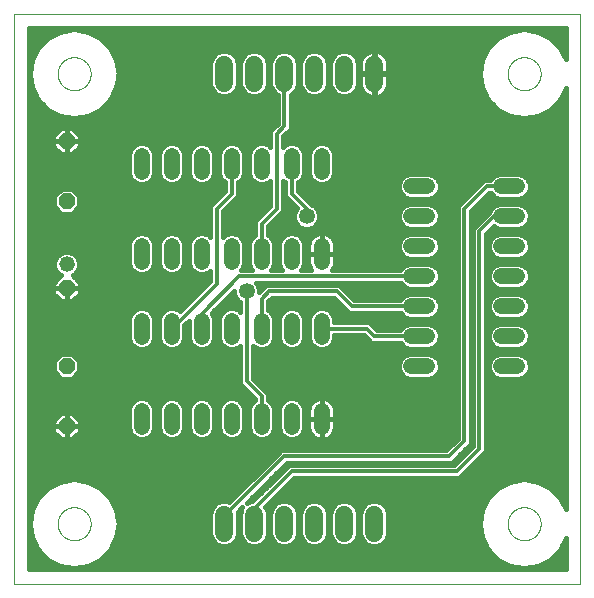
<source format=gbl>
G75*
%MOIN*%
%OFA0B0*%
%FSLAX25Y25*%
%IPPOS*%
%LPD*%
%AMOC8*
5,1,8,0,0,1.08239X$1,22.5*
%
%ADD10C,0.00000*%
%ADD11OC8,0.05200*%
%ADD12C,0.05200*%
%ADD13C,0.05200*%
%ADD14C,0.05937*%
%ADD15C,0.01600*%
%ADD16C,0.01200*%
%ADD17C,0.05315*%
%ADD18C,0.04000*%
D10*
X0001800Y0001800D02*
X0001800Y0191761D01*
X0190501Y0191761D01*
X0190501Y0001800D01*
X0001800Y0001800D01*
X0016288Y0021800D02*
X0016290Y0021948D01*
X0016296Y0022096D01*
X0016306Y0022244D01*
X0016320Y0022391D01*
X0016338Y0022538D01*
X0016359Y0022684D01*
X0016385Y0022830D01*
X0016415Y0022975D01*
X0016448Y0023119D01*
X0016486Y0023262D01*
X0016527Y0023404D01*
X0016572Y0023545D01*
X0016620Y0023685D01*
X0016673Y0023824D01*
X0016729Y0023961D01*
X0016789Y0024096D01*
X0016852Y0024230D01*
X0016919Y0024362D01*
X0016990Y0024492D01*
X0017064Y0024620D01*
X0017141Y0024746D01*
X0017222Y0024870D01*
X0017306Y0024992D01*
X0017393Y0025111D01*
X0017484Y0025228D01*
X0017578Y0025343D01*
X0017674Y0025455D01*
X0017774Y0025565D01*
X0017876Y0025671D01*
X0017982Y0025775D01*
X0018090Y0025876D01*
X0018201Y0025974D01*
X0018314Y0026070D01*
X0018430Y0026162D01*
X0018548Y0026251D01*
X0018669Y0026336D01*
X0018792Y0026419D01*
X0018917Y0026498D01*
X0019044Y0026574D01*
X0019173Y0026646D01*
X0019304Y0026715D01*
X0019437Y0026780D01*
X0019572Y0026841D01*
X0019708Y0026899D01*
X0019845Y0026954D01*
X0019984Y0027004D01*
X0020125Y0027051D01*
X0020266Y0027094D01*
X0020409Y0027134D01*
X0020553Y0027169D01*
X0020697Y0027201D01*
X0020843Y0027228D01*
X0020989Y0027252D01*
X0021136Y0027272D01*
X0021283Y0027288D01*
X0021430Y0027300D01*
X0021578Y0027308D01*
X0021726Y0027312D01*
X0021874Y0027312D01*
X0022022Y0027308D01*
X0022170Y0027300D01*
X0022317Y0027288D01*
X0022464Y0027272D01*
X0022611Y0027252D01*
X0022757Y0027228D01*
X0022903Y0027201D01*
X0023047Y0027169D01*
X0023191Y0027134D01*
X0023334Y0027094D01*
X0023475Y0027051D01*
X0023616Y0027004D01*
X0023755Y0026954D01*
X0023892Y0026899D01*
X0024028Y0026841D01*
X0024163Y0026780D01*
X0024296Y0026715D01*
X0024427Y0026646D01*
X0024556Y0026574D01*
X0024683Y0026498D01*
X0024808Y0026419D01*
X0024931Y0026336D01*
X0025052Y0026251D01*
X0025170Y0026162D01*
X0025286Y0026070D01*
X0025399Y0025974D01*
X0025510Y0025876D01*
X0025618Y0025775D01*
X0025724Y0025671D01*
X0025826Y0025565D01*
X0025926Y0025455D01*
X0026022Y0025343D01*
X0026116Y0025228D01*
X0026207Y0025111D01*
X0026294Y0024992D01*
X0026378Y0024870D01*
X0026459Y0024746D01*
X0026536Y0024620D01*
X0026610Y0024492D01*
X0026681Y0024362D01*
X0026748Y0024230D01*
X0026811Y0024096D01*
X0026871Y0023961D01*
X0026927Y0023824D01*
X0026980Y0023685D01*
X0027028Y0023545D01*
X0027073Y0023404D01*
X0027114Y0023262D01*
X0027152Y0023119D01*
X0027185Y0022975D01*
X0027215Y0022830D01*
X0027241Y0022684D01*
X0027262Y0022538D01*
X0027280Y0022391D01*
X0027294Y0022244D01*
X0027304Y0022096D01*
X0027310Y0021948D01*
X0027312Y0021800D01*
X0027310Y0021652D01*
X0027304Y0021504D01*
X0027294Y0021356D01*
X0027280Y0021209D01*
X0027262Y0021062D01*
X0027241Y0020916D01*
X0027215Y0020770D01*
X0027185Y0020625D01*
X0027152Y0020481D01*
X0027114Y0020338D01*
X0027073Y0020196D01*
X0027028Y0020055D01*
X0026980Y0019915D01*
X0026927Y0019776D01*
X0026871Y0019639D01*
X0026811Y0019504D01*
X0026748Y0019370D01*
X0026681Y0019238D01*
X0026610Y0019108D01*
X0026536Y0018980D01*
X0026459Y0018854D01*
X0026378Y0018730D01*
X0026294Y0018608D01*
X0026207Y0018489D01*
X0026116Y0018372D01*
X0026022Y0018257D01*
X0025926Y0018145D01*
X0025826Y0018035D01*
X0025724Y0017929D01*
X0025618Y0017825D01*
X0025510Y0017724D01*
X0025399Y0017626D01*
X0025286Y0017530D01*
X0025170Y0017438D01*
X0025052Y0017349D01*
X0024931Y0017264D01*
X0024808Y0017181D01*
X0024683Y0017102D01*
X0024556Y0017026D01*
X0024427Y0016954D01*
X0024296Y0016885D01*
X0024163Y0016820D01*
X0024028Y0016759D01*
X0023892Y0016701D01*
X0023755Y0016646D01*
X0023616Y0016596D01*
X0023475Y0016549D01*
X0023334Y0016506D01*
X0023191Y0016466D01*
X0023047Y0016431D01*
X0022903Y0016399D01*
X0022757Y0016372D01*
X0022611Y0016348D01*
X0022464Y0016328D01*
X0022317Y0016312D01*
X0022170Y0016300D01*
X0022022Y0016292D01*
X0021874Y0016288D01*
X0021726Y0016288D01*
X0021578Y0016292D01*
X0021430Y0016300D01*
X0021283Y0016312D01*
X0021136Y0016328D01*
X0020989Y0016348D01*
X0020843Y0016372D01*
X0020697Y0016399D01*
X0020553Y0016431D01*
X0020409Y0016466D01*
X0020266Y0016506D01*
X0020125Y0016549D01*
X0019984Y0016596D01*
X0019845Y0016646D01*
X0019708Y0016701D01*
X0019572Y0016759D01*
X0019437Y0016820D01*
X0019304Y0016885D01*
X0019173Y0016954D01*
X0019044Y0017026D01*
X0018917Y0017102D01*
X0018792Y0017181D01*
X0018669Y0017264D01*
X0018548Y0017349D01*
X0018430Y0017438D01*
X0018314Y0017530D01*
X0018201Y0017626D01*
X0018090Y0017724D01*
X0017982Y0017825D01*
X0017876Y0017929D01*
X0017774Y0018035D01*
X0017674Y0018145D01*
X0017578Y0018257D01*
X0017484Y0018372D01*
X0017393Y0018489D01*
X0017306Y0018608D01*
X0017222Y0018730D01*
X0017141Y0018854D01*
X0017064Y0018980D01*
X0016990Y0019108D01*
X0016919Y0019238D01*
X0016852Y0019370D01*
X0016789Y0019504D01*
X0016729Y0019639D01*
X0016673Y0019776D01*
X0016620Y0019915D01*
X0016572Y0020055D01*
X0016527Y0020196D01*
X0016486Y0020338D01*
X0016448Y0020481D01*
X0016415Y0020625D01*
X0016385Y0020770D01*
X0016359Y0020916D01*
X0016338Y0021062D01*
X0016320Y0021209D01*
X0016306Y0021356D01*
X0016296Y0021504D01*
X0016290Y0021652D01*
X0016288Y0021800D01*
X0016288Y0171800D02*
X0016290Y0171948D01*
X0016296Y0172096D01*
X0016306Y0172244D01*
X0016320Y0172391D01*
X0016338Y0172538D01*
X0016359Y0172684D01*
X0016385Y0172830D01*
X0016415Y0172975D01*
X0016448Y0173119D01*
X0016486Y0173262D01*
X0016527Y0173404D01*
X0016572Y0173545D01*
X0016620Y0173685D01*
X0016673Y0173824D01*
X0016729Y0173961D01*
X0016789Y0174096D01*
X0016852Y0174230D01*
X0016919Y0174362D01*
X0016990Y0174492D01*
X0017064Y0174620D01*
X0017141Y0174746D01*
X0017222Y0174870D01*
X0017306Y0174992D01*
X0017393Y0175111D01*
X0017484Y0175228D01*
X0017578Y0175343D01*
X0017674Y0175455D01*
X0017774Y0175565D01*
X0017876Y0175671D01*
X0017982Y0175775D01*
X0018090Y0175876D01*
X0018201Y0175974D01*
X0018314Y0176070D01*
X0018430Y0176162D01*
X0018548Y0176251D01*
X0018669Y0176336D01*
X0018792Y0176419D01*
X0018917Y0176498D01*
X0019044Y0176574D01*
X0019173Y0176646D01*
X0019304Y0176715D01*
X0019437Y0176780D01*
X0019572Y0176841D01*
X0019708Y0176899D01*
X0019845Y0176954D01*
X0019984Y0177004D01*
X0020125Y0177051D01*
X0020266Y0177094D01*
X0020409Y0177134D01*
X0020553Y0177169D01*
X0020697Y0177201D01*
X0020843Y0177228D01*
X0020989Y0177252D01*
X0021136Y0177272D01*
X0021283Y0177288D01*
X0021430Y0177300D01*
X0021578Y0177308D01*
X0021726Y0177312D01*
X0021874Y0177312D01*
X0022022Y0177308D01*
X0022170Y0177300D01*
X0022317Y0177288D01*
X0022464Y0177272D01*
X0022611Y0177252D01*
X0022757Y0177228D01*
X0022903Y0177201D01*
X0023047Y0177169D01*
X0023191Y0177134D01*
X0023334Y0177094D01*
X0023475Y0177051D01*
X0023616Y0177004D01*
X0023755Y0176954D01*
X0023892Y0176899D01*
X0024028Y0176841D01*
X0024163Y0176780D01*
X0024296Y0176715D01*
X0024427Y0176646D01*
X0024556Y0176574D01*
X0024683Y0176498D01*
X0024808Y0176419D01*
X0024931Y0176336D01*
X0025052Y0176251D01*
X0025170Y0176162D01*
X0025286Y0176070D01*
X0025399Y0175974D01*
X0025510Y0175876D01*
X0025618Y0175775D01*
X0025724Y0175671D01*
X0025826Y0175565D01*
X0025926Y0175455D01*
X0026022Y0175343D01*
X0026116Y0175228D01*
X0026207Y0175111D01*
X0026294Y0174992D01*
X0026378Y0174870D01*
X0026459Y0174746D01*
X0026536Y0174620D01*
X0026610Y0174492D01*
X0026681Y0174362D01*
X0026748Y0174230D01*
X0026811Y0174096D01*
X0026871Y0173961D01*
X0026927Y0173824D01*
X0026980Y0173685D01*
X0027028Y0173545D01*
X0027073Y0173404D01*
X0027114Y0173262D01*
X0027152Y0173119D01*
X0027185Y0172975D01*
X0027215Y0172830D01*
X0027241Y0172684D01*
X0027262Y0172538D01*
X0027280Y0172391D01*
X0027294Y0172244D01*
X0027304Y0172096D01*
X0027310Y0171948D01*
X0027312Y0171800D01*
X0027310Y0171652D01*
X0027304Y0171504D01*
X0027294Y0171356D01*
X0027280Y0171209D01*
X0027262Y0171062D01*
X0027241Y0170916D01*
X0027215Y0170770D01*
X0027185Y0170625D01*
X0027152Y0170481D01*
X0027114Y0170338D01*
X0027073Y0170196D01*
X0027028Y0170055D01*
X0026980Y0169915D01*
X0026927Y0169776D01*
X0026871Y0169639D01*
X0026811Y0169504D01*
X0026748Y0169370D01*
X0026681Y0169238D01*
X0026610Y0169108D01*
X0026536Y0168980D01*
X0026459Y0168854D01*
X0026378Y0168730D01*
X0026294Y0168608D01*
X0026207Y0168489D01*
X0026116Y0168372D01*
X0026022Y0168257D01*
X0025926Y0168145D01*
X0025826Y0168035D01*
X0025724Y0167929D01*
X0025618Y0167825D01*
X0025510Y0167724D01*
X0025399Y0167626D01*
X0025286Y0167530D01*
X0025170Y0167438D01*
X0025052Y0167349D01*
X0024931Y0167264D01*
X0024808Y0167181D01*
X0024683Y0167102D01*
X0024556Y0167026D01*
X0024427Y0166954D01*
X0024296Y0166885D01*
X0024163Y0166820D01*
X0024028Y0166759D01*
X0023892Y0166701D01*
X0023755Y0166646D01*
X0023616Y0166596D01*
X0023475Y0166549D01*
X0023334Y0166506D01*
X0023191Y0166466D01*
X0023047Y0166431D01*
X0022903Y0166399D01*
X0022757Y0166372D01*
X0022611Y0166348D01*
X0022464Y0166328D01*
X0022317Y0166312D01*
X0022170Y0166300D01*
X0022022Y0166292D01*
X0021874Y0166288D01*
X0021726Y0166288D01*
X0021578Y0166292D01*
X0021430Y0166300D01*
X0021283Y0166312D01*
X0021136Y0166328D01*
X0020989Y0166348D01*
X0020843Y0166372D01*
X0020697Y0166399D01*
X0020553Y0166431D01*
X0020409Y0166466D01*
X0020266Y0166506D01*
X0020125Y0166549D01*
X0019984Y0166596D01*
X0019845Y0166646D01*
X0019708Y0166701D01*
X0019572Y0166759D01*
X0019437Y0166820D01*
X0019304Y0166885D01*
X0019173Y0166954D01*
X0019044Y0167026D01*
X0018917Y0167102D01*
X0018792Y0167181D01*
X0018669Y0167264D01*
X0018548Y0167349D01*
X0018430Y0167438D01*
X0018314Y0167530D01*
X0018201Y0167626D01*
X0018090Y0167724D01*
X0017982Y0167825D01*
X0017876Y0167929D01*
X0017774Y0168035D01*
X0017674Y0168145D01*
X0017578Y0168257D01*
X0017484Y0168372D01*
X0017393Y0168489D01*
X0017306Y0168608D01*
X0017222Y0168730D01*
X0017141Y0168854D01*
X0017064Y0168980D01*
X0016990Y0169108D01*
X0016919Y0169238D01*
X0016852Y0169370D01*
X0016789Y0169504D01*
X0016729Y0169639D01*
X0016673Y0169776D01*
X0016620Y0169915D01*
X0016572Y0170055D01*
X0016527Y0170196D01*
X0016486Y0170338D01*
X0016448Y0170481D01*
X0016415Y0170625D01*
X0016385Y0170770D01*
X0016359Y0170916D01*
X0016338Y0171062D01*
X0016320Y0171209D01*
X0016306Y0171356D01*
X0016296Y0171504D01*
X0016290Y0171652D01*
X0016288Y0171800D01*
X0166288Y0171800D02*
X0166290Y0171948D01*
X0166296Y0172096D01*
X0166306Y0172244D01*
X0166320Y0172391D01*
X0166338Y0172538D01*
X0166359Y0172684D01*
X0166385Y0172830D01*
X0166415Y0172975D01*
X0166448Y0173119D01*
X0166486Y0173262D01*
X0166527Y0173404D01*
X0166572Y0173545D01*
X0166620Y0173685D01*
X0166673Y0173824D01*
X0166729Y0173961D01*
X0166789Y0174096D01*
X0166852Y0174230D01*
X0166919Y0174362D01*
X0166990Y0174492D01*
X0167064Y0174620D01*
X0167141Y0174746D01*
X0167222Y0174870D01*
X0167306Y0174992D01*
X0167393Y0175111D01*
X0167484Y0175228D01*
X0167578Y0175343D01*
X0167674Y0175455D01*
X0167774Y0175565D01*
X0167876Y0175671D01*
X0167982Y0175775D01*
X0168090Y0175876D01*
X0168201Y0175974D01*
X0168314Y0176070D01*
X0168430Y0176162D01*
X0168548Y0176251D01*
X0168669Y0176336D01*
X0168792Y0176419D01*
X0168917Y0176498D01*
X0169044Y0176574D01*
X0169173Y0176646D01*
X0169304Y0176715D01*
X0169437Y0176780D01*
X0169572Y0176841D01*
X0169708Y0176899D01*
X0169845Y0176954D01*
X0169984Y0177004D01*
X0170125Y0177051D01*
X0170266Y0177094D01*
X0170409Y0177134D01*
X0170553Y0177169D01*
X0170697Y0177201D01*
X0170843Y0177228D01*
X0170989Y0177252D01*
X0171136Y0177272D01*
X0171283Y0177288D01*
X0171430Y0177300D01*
X0171578Y0177308D01*
X0171726Y0177312D01*
X0171874Y0177312D01*
X0172022Y0177308D01*
X0172170Y0177300D01*
X0172317Y0177288D01*
X0172464Y0177272D01*
X0172611Y0177252D01*
X0172757Y0177228D01*
X0172903Y0177201D01*
X0173047Y0177169D01*
X0173191Y0177134D01*
X0173334Y0177094D01*
X0173475Y0177051D01*
X0173616Y0177004D01*
X0173755Y0176954D01*
X0173892Y0176899D01*
X0174028Y0176841D01*
X0174163Y0176780D01*
X0174296Y0176715D01*
X0174427Y0176646D01*
X0174556Y0176574D01*
X0174683Y0176498D01*
X0174808Y0176419D01*
X0174931Y0176336D01*
X0175052Y0176251D01*
X0175170Y0176162D01*
X0175286Y0176070D01*
X0175399Y0175974D01*
X0175510Y0175876D01*
X0175618Y0175775D01*
X0175724Y0175671D01*
X0175826Y0175565D01*
X0175926Y0175455D01*
X0176022Y0175343D01*
X0176116Y0175228D01*
X0176207Y0175111D01*
X0176294Y0174992D01*
X0176378Y0174870D01*
X0176459Y0174746D01*
X0176536Y0174620D01*
X0176610Y0174492D01*
X0176681Y0174362D01*
X0176748Y0174230D01*
X0176811Y0174096D01*
X0176871Y0173961D01*
X0176927Y0173824D01*
X0176980Y0173685D01*
X0177028Y0173545D01*
X0177073Y0173404D01*
X0177114Y0173262D01*
X0177152Y0173119D01*
X0177185Y0172975D01*
X0177215Y0172830D01*
X0177241Y0172684D01*
X0177262Y0172538D01*
X0177280Y0172391D01*
X0177294Y0172244D01*
X0177304Y0172096D01*
X0177310Y0171948D01*
X0177312Y0171800D01*
X0177310Y0171652D01*
X0177304Y0171504D01*
X0177294Y0171356D01*
X0177280Y0171209D01*
X0177262Y0171062D01*
X0177241Y0170916D01*
X0177215Y0170770D01*
X0177185Y0170625D01*
X0177152Y0170481D01*
X0177114Y0170338D01*
X0177073Y0170196D01*
X0177028Y0170055D01*
X0176980Y0169915D01*
X0176927Y0169776D01*
X0176871Y0169639D01*
X0176811Y0169504D01*
X0176748Y0169370D01*
X0176681Y0169238D01*
X0176610Y0169108D01*
X0176536Y0168980D01*
X0176459Y0168854D01*
X0176378Y0168730D01*
X0176294Y0168608D01*
X0176207Y0168489D01*
X0176116Y0168372D01*
X0176022Y0168257D01*
X0175926Y0168145D01*
X0175826Y0168035D01*
X0175724Y0167929D01*
X0175618Y0167825D01*
X0175510Y0167724D01*
X0175399Y0167626D01*
X0175286Y0167530D01*
X0175170Y0167438D01*
X0175052Y0167349D01*
X0174931Y0167264D01*
X0174808Y0167181D01*
X0174683Y0167102D01*
X0174556Y0167026D01*
X0174427Y0166954D01*
X0174296Y0166885D01*
X0174163Y0166820D01*
X0174028Y0166759D01*
X0173892Y0166701D01*
X0173755Y0166646D01*
X0173616Y0166596D01*
X0173475Y0166549D01*
X0173334Y0166506D01*
X0173191Y0166466D01*
X0173047Y0166431D01*
X0172903Y0166399D01*
X0172757Y0166372D01*
X0172611Y0166348D01*
X0172464Y0166328D01*
X0172317Y0166312D01*
X0172170Y0166300D01*
X0172022Y0166292D01*
X0171874Y0166288D01*
X0171726Y0166288D01*
X0171578Y0166292D01*
X0171430Y0166300D01*
X0171283Y0166312D01*
X0171136Y0166328D01*
X0170989Y0166348D01*
X0170843Y0166372D01*
X0170697Y0166399D01*
X0170553Y0166431D01*
X0170409Y0166466D01*
X0170266Y0166506D01*
X0170125Y0166549D01*
X0169984Y0166596D01*
X0169845Y0166646D01*
X0169708Y0166701D01*
X0169572Y0166759D01*
X0169437Y0166820D01*
X0169304Y0166885D01*
X0169173Y0166954D01*
X0169044Y0167026D01*
X0168917Y0167102D01*
X0168792Y0167181D01*
X0168669Y0167264D01*
X0168548Y0167349D01*
X0168430Y0167438D01*
X0168314Y0167530D01*
X0168201Y0167626D01*
X0168090Y0167724D01*
X0167982Y0167825D01*
X0167876Y0167929D01*
X0167774Y0168035D01*
X0167674Y0168145D01*
X0167578Y0168257D01*
X0167484Y0168372D01*
X0167393Y0168489D01*
X0167306Y0168608D01*
X0167222Y0168730D01*
X0167141Y0168854D01*
X0167064Y0168980D01*
X0166990Y0169108D01*
X0166919Y0169238D01*
X0166852Y0169370D01*
X0166789Y0169504D01*
X0166729Y0169639D01*
X0166673Y0169776D01*
X0166620Y0169915D01*
X0166572Y0170055D01*
X0166527Y0170196D01*
X0166486Y0170338D01*
X0166448Y0170481D01*
X0166415Y0170625D01*
X0166385Y0170770D01*
X0166359Y0170916D01*
X0166338Y0171062D01*
X0166320Y0171209D01*
X0166306Y0171356D01*
X0166296Y0171504D01*
X0166290Y0171652D01*
X0166288Y0171800D01*
X0166288Y0021800D02*
X0166290Y0021948D01*
X0166296Y0022096D01*
X0166306Y0022244D01*
X0166320Y0022391D01*
X0166338Y0022538D01*
X0166359Y0022684D01*
X0166385Y0022830D01*
X0166415Y0022975D01*
X0166448Y0023119D01*
X0166486Y0023262D01*
X0166527Y0023404D01*
X0166572Y0023545D01*
X0166620Y0023685D01*
X0166673Y0023824D01*
X0166729Y0023961D01*
X0166789Y0024096D01*
X0166852Y0024230D01*
X0166919Y0024362D01*
X0166990Y0024492D01*
X0167064Y0024620D01*
X0167141Y0024746D01*
X0167222Y0024870D01*
X0167306Y0024992D01*
X0167393Y0025111D01*
X0167484Y0025228D01*
X0167578Y0025343D01*
X0167674Y0025455D01*
X0167774Y0025565D01*
X0167876Y0025671D01*
X0167982Y0025775D01*
X0168090Y0025876D01*
X0168201Y0025974D01*
X0168314Y0026070D01*
X0168430Y0026162D01*
X0168548Y0026251D01*
X0168669Y0026336D01*
X0168792Y0026419D01*
X0168917Y0026498D01*
X0169044Y0026574D01*
X0169173Y0026646D01*
X0169304Y0026715D01*
X0169437Y0026780D01*
X0169572Y0026841D01*
X0169708Y0026899D01*
X0169845Y0026954D01*
X0169984Y0027004D01*
X0170125Y0027051D01*
X0170266Y0027094D01*
X0170409Y0027134D01*
X0170553Y0027169D01*
X0170697Y0027201D01*
X0170843Y0027228D01*
X0170989Y0027252D01*
X0171136Y0027272D01*
X0171283Y0027288D01*
X0171430Y0027300D01*
X0171578Y0027308D01*
X0171726Y0027312D01*
X0171874Y0027312D01*
X0172022Y0027308D01*
X0172170Y0027300D01*
X0172317Y0027288D01*
X0172464Y0027272D01*
X0172611Y0027252D01*
X0172757Y0027228D01*
X0172903Y0027201D01*
X0173047Y0027169D01*
X0173191Y0027134D01*
X0173334Y0027094D01*
X0173475Y0027051D01*
X0173616Y0027004D01*
X0173755Y0026954D01*
X0173892Y0026899D01*
X0174028Y0026841D01*
X0174163Y0026780D01*
X0174296Y0026715D01*
X0174427Y0026646D01*
X0174556Y0026574D01*
X0174683Y0026498D01*
X0174808Y0026419D01*
X0174931Y0026336D01*
X0175052Y0026251D01*
X0175170Y0026162D01*
X0175286Y0026070D01*
X0175399Y0025974D01*
X0175510Y0025876D01*
X0175618Y0025775D01*
X0175724Y0025671D01*
X0175826Y0025565D01*
X0175926Y0025455D01*
X0176022Y0025343D01*
X0176116Y0025228D01*
X0176207Y0025111D01*
X0176294Y0024992D01*
X0176378Y0024870D01*
X0176459Y0024746D01*
X0176536Y0024620D01*
X0176610Y0024492D01*
X0176681Y0024362D01*
X0176748Y0024230D01*
X0176811Y0024096D01*
X0176871Y0023961D01*
X0176927Y0023824D01*
X0176980Y0023685D01*
X0177028Y0023545D01*
X0177073Y0023404D01*
X0177114Y0023262D01*
X0177152Y0023119D01*
X0177185Y0022975D01*
X0177215Y0022830D01*
X0177241Y0022684D01*
X0177262Y0022538D01*
X0177280Y0022391D01*
X0177294Y0022244D01*
X0177304Y0022096D01*
X0177310Y0021948D01*
X0177312Y0021800D01*
X0177310Y0021652D01*
X0177304Y0021504D01*
X0177294Y0021356D01*
X0177280Y0021209D01*
X0177262Y0021062D01*
X0177241Y0020916D01*
X0177215Y0020770D01*
X0177185Y0020625D01*
X0177152Y0020481D01*
X0177114Y0020338D01*
X0177073Y0020196D01*
X0177028Y0020055D01*
X0176980Y0019915D01*
X0176927Y0019776D01*
X0176871Y0019639D01*
X0176811Y0019504D01*
X0176748Y0019370D01*
X0176681Y0019238D01*
X0176610Y0019108D01*
X0176536Y0018980D01*
X0176459Y0018854D01*
X0176378Y0018730D01*
X0176294Y0018608D01*
X0176207Y0018489D01*
X0176116Y0018372D01*
X0176022Y0018257D01*
X0175926Y0018145D01*
X0175826Y0018035D01*
X0175724Y0017929D01*
X0175618Y0017825D01*
X0175510Y0017724D01*
X0175399Y0017626D01*
X0175286Y0017530D01*
X0175170Y0017438D01*
X0175052Y0017349D01*
X0174931Y0017264D01*
X0174808Y0017181D01*
X0174683Y0017102D01*
X0174556Y0017026D01*
X0174427Y0016954D01*
X0174296Y0016885D01*
X0174163Y0016820D01*
X0174028Y0016759D01*
X0173892Y0016701D01*
X0173755Y0016646D01*
X0173616Y0016596D01*
X0173475Y0016549D01*
X0173334Y0016506D01*
X0173191Y0016466D01*
X0173047Y0016431D01*
X0172903Y0016399D01*
X0172757Y0016372D01*
X0172611Y0016348D01*
X0172464Y0016328D01*
X0172317Y0016312D01*
X0172170Y0016300D01*
X0172022Y0016292D01*
X0171874Y0016288D01*
X0171726Y0016288D01*
X0171578Y0016292D01*
X0171430Y0016300D01*
X0171283Y0016312D01*
X0171136Y0016328D01*
X0170989Y0016348D01*
X0170843Y0016372D01*
X0170697Y0016399D01*
X0170553Y0016431D01*
X0170409Y0016466D01*
X0170266Y0016506D01*
X0170125Y0016549D01*
X0169984Y0016596D01*
X0169845Y0016646D01*
X0169708Y0016701D01*
X0169572Y0016759D01*
X0169437Y0016820D01*
X0169304Y0016885D01*
X0169173Y0016954D01*
X0169044Y0017026D01*
X0168917Y0017102D01*
X0168792Y0017181D01*
X0168669Y0017264D01*
X0168548Y0017349D01*
X0168430Y0017438D01*
X0168314Y0017530D01*
X0168201Y0017626D01*
X0168090Y0017724D01*
X0167982Y0017825D01*
X0167876Y0017929D01*
X0167774Y0018035D01*
X0167674Y0018145D01*
X0167578Y0018257D01*
X0167484Y0018372D01*
X0167393Y0018489D01*
X0167306Y0018608D01*
X0167222Y0018730D01*
X0167141Y0018854D01*
X0167064Y0018980D01*
X0166990Y0019108D01*
X0166919Y0019238D01*
X0166852Y0019370D01*
X0166789Y0019504D01*
X0166729Y0019639D01*
X0166673Y0019776D01*
X0166620Y0019915D01*
X0166572Y0020055D01*
X0166527Y0020196D01*
X0166486Y0020338D01*
X0166448Y0020481D01*
X0166415Y0020625D01*
X0166385Y0020770D01*
X0166359Y0020916D01*
X0166338Y0021062D01*
X0166320Y0021209D01*
X0166306Y0021356D01*
X0166296Y0021504D01*
X0166290Y0021652D01*
X0166288Y0021800D01*
D11*
X0019300Y0054300D03*
X0019300Y0074300D03*
X0019300Y0100300D03*
X0019300Y0129300D03*
X0019300Y0149300D03*
D12*
X0044300Y0144400D02*
X0044300Y0139200D01*
X0054300Y0139200D02*
X0054300Y0144400D01*
X0064300Y0144400D02*
X0064300Y0139200D01*
X0074300Y0139200D02*
X0074300Y0144400D01*
X0084300Y0144400D02*
X0084300Y0139200D01*
X0094300Y0139200D02*
X0094300Y0144400D01*
X0104300Y0144400D02*
X0104300Y0139200D01*
X0104300Y0114400D02*
X0104300Y0109200D01*
X0094300Y0109200D02*
X0094300Y0114400D01*
X0084300Y0114400D02*
X0084300Y0109200D01*
X0074300Y0109200D02*
X0074300Y0114400D01*
X0064300Y0114400D02*
X0064300Y0109200D01*
X0054300Y0109200D02*
X0054300Y0114400D01*
X0044300Y0114400D02*
X0044300Y0109200D01*
X0044300Y0089400D02*
X0044300Y0084200D01*
X0054300Y0084200D02*
X0054300Y0089400D01*
X0064300Y0089400D02*
X0064300Y0084200D01*
X0074300Y0084200D02*
X0074300Y0089400D01*
X0084300Y0089400D02*
X0084300Y0084200D01*
X0094300Y0084200D02*
X0094300Y0089400D01*
X0104300Y0089400D02*
X0104300Y0084200D01*
X0104300Y0059400D02*
X0104300Y0054200D01*
X0094300Y0054200D02*
X0094300Y0059400D01*
X0084300Y0059400D02*
X0084300Y0054200D01*
X0074300Y0054200D02*
X0074300Y0059400D01*
X0064300Y0059400D02*
X0064300Y0054200D01*
X0054300Y0054200D02*
X0054300Y0059400D01*
X0044300Y0059400D02*
X0044300Y0054200D01*
X0134200Y0074300D02*
X0139400Y0074300D01*
X0139400Y0084300D02*
X0134200Y0084300D01*
X0134200Y0094300D02*
X0139400Y0094300D01*
X0139400Y0104300D02*
X0134200Y0104300D01*
X0134200Y0114300D02*
X0139400Y0114300D01*
X0139400Y0124300D02*
X0134200Y0124300D01*
X0134200Y0134300D02*
X0139400Y0134300D01*
X0164200Y0134300D02*
X0169400Y0134300D01*
X0169400Y0124300D02*
X0164200Y0124300D01*
X0164200Y0114300D02*
X0169400Y0114300D01*
X0169400Y0104300D02*
X0164200Y0104300D01*
X0164200Y0094300D02*
X0169400Y0094300D01*
X0169400Y0084300D02*
X0164200Y0084300D01*
X0164200Y0074300D02*
X0169400Y0074300D01*
D13*
X0019300Y0108300D03*
D14*
X0071800Y0168831D02*
X0071800Y0174769D01*
X0081800Y0174769D02*
X0081800Y0168831D01*
X0091800Y0168831D02*
X0091800Y0174769D01*
X0101800Y0174769D02*
X0101800Y0168831D01*
X0111800Y0168831D02*
X0111800Y0174769D01*
X0121800Y0174769D02*
X0121800Y0168831D01*
X0121800Y0024769D02*
X0121800Y0018831D01*
X0111800Y0018831D02*
X0111800Y0024769D01*
X0101800Y0024769D02*
X0101800Y0018831D01*
X0091800Y0018831D02*
X0091800Y0024769D01*
X0081800Y0024769D02*
X0081800Y0018831D01*
X0071800Y0018831D02*
X0071800Y0024769D01*
D15*
X0070017Y0028975D02*
X0034550Y0028975D01*
X0033773Y0030499D02*
X0033773Y0030499D01*
X0030499Y0033773D01*
X0026373Y0035876D01*
X0021800Y0036600D01*
X0017227Y0035876D01*
X0017227Y0035876D01*
X0013101Y0033773D01*
X0009827Y0030499D01*
X0007724Y0026373D01*
X0007000Y0021800D01*
X0007724Y0017227D01*
X0009827Y0013101D01*
X0009827Y0013101D01*
X0013101Y0009827D01*
X0017227Y0007724D01*
X0021800Y0007000D01*
X0026373Y0007724D01*
X0026373Y0007724D01*
X0030499Y0009827D01*
X0033773Y0013101D01*
X0035876Y0017227D01*
X0036600Y0021800D01*
X0035876Y0026373D01*
X0035876Y0026373D01*
X0033773Y0030499D01*
X0033699Y0030573D02*
X0074962Y0030573D01*
X0073428Y0029039D02*
X0072709Y0029337D01*
X0070891Y0029337D01*
X0069212Y0028641D01*
X0067927Y0027356D01*
X0067231Y0025677D01*
X0067231Y0017923D01*
X0067927Y0016244D01*
X0069212Y0014959D01*
X0070891Y0014263D01*
X0072709Y0014263D01*
X0074388Y0014959D01*
X0075673Y0016244D01*
X0076368Y0017923D01*
X0076368Y0025677D01*
X0076345Y0025734D01*
X0077898Y0027287D01*
X0077231Y0025677D01*
X0077231Y0017923D01*
X0077927Y0016244D01*
X0079212Y0014959D01*
X0080891Y0014263D01*
X0082709Y0014263D01*
X0084388Y0014959D01*
X0085673Y0016244D01*
X0086368Y0017923D01*
X0086368Y0025677D01*
X0085673Y0027356D01*
X0085570Y0027459D01*
X0095211Y0037100D01*
X0150211Y0037100D01*
X0157711Y0044600D01*
X0159000Y0045889D01*
X0159000Y0118389D01*
X0161586Y0120975D01*
X0161821Y0120739D01*
X0163365Y0120100D01*
X0170235Y0120100D01*
X0171779Y0120739D01*
X0172961Y0121921D01*
X0173600Y0123465D01*
X0173600Y0125135D01*
X0172961Y0126679D01*
X0171779Y0127861D01*
X0170235Y0128500D01*
X0163365Y0128500D01*
X0161821Y0127861D01*
X0160639Y0126679D01*
X0160336Y0125948D01*
X0159600Y0125211D01*
X0154600Y0120211D01*
X0154600Y0047711D01*
X0148389Y0041500D01*
X0093389Y0041500D01*
X0092100Y0040211D01*
X0081226Y0029337D01*
X0080891Y0029337D01*
X0079281Y0028670D01*
X0092711Y0042100D01*
X0147711Y0042100D01*
X0152711Y0047100D01*
X0154000Y0048389D01*
X0154000Y0125889D01*
X0160211Y0132100D01*
X0160565Y0132100D01*
X0160639Y0131921D01*
X0161821Y0130739D01*
X0163365Y0130100D01*
X0170235Y0130100D01*
X0171779Y0130739D01*
X0172961Y0131921D01*
X0173600Y0133465D01*
X0173600Y0135135D01*
X0172961Y0136679D01*
X0171779Y0137861D01*
X0170235Y0138500D01*
X0163365Y0138500D01*
X0161821Y0137861D01*
X0160639Y0136679D01*
X0160565Y0136500D01*
X0158389Y0136500D01*
X0157100Y0135211D01*
X0149600Y0127711D01*
X0149600Y0050211D01*
X0145889Y0046500D01*
X0090889Y0046500D01*
X0089600Y0045211D01*
X0073428Y0029039D01*
X0076389Y0025778D02*
X0077273Y0025778D01*
X0077231Y0024179D02*
X0076368Y0024179D01*
X0076368Y0022581D02*
X0077231Y0022581D01*
X0077231Y0020982D02*
X0076368Y0020982D01*
X0076368Y0019384D02*
X0077231Y0019384D01*
X0077288Y0017785D02*
X0076311Y0017785D01*
X0075616Y0016187D02*
X0077984Y0016187D01*
X0080106Y0014588D02*
X0073494Y0014588D01*
X0070106Y0014588D02*
X0034531Y0014588D01*
X0033773Y0013101D02*
X0033773Y0013101D01*
X0033662Y0012990D02*
X0159938Y0012990D01*
X0159827Y0013101D02*
X0163101Y0009827D01*
X0167227Y0007724D01*
X0171800Y0007000D01*
X0176373Y0007724D01*
X0176373Y0007724D01*
X0180499Y0009827D01*
X0183773Y0013101D01*
X0185701Y0016883D01*
X0185701Y0006600D01*
X0006600Y0006600D01*
X0006600Y0186961D01*
X0185701Y0186961D01*
X0185701Y0176717D01*
X0183773Y0180499D01*
X0180499Y0183773D01*
X0176373Y0185876D01*
X0171800Y0186600D01*
X0167227Y0185876D01*
X0167227Y0185876D01*
X0163101Y0183773D01*
X0163101Y0183773D01*
X0159827Y0180499D01*
X0157724Y0176373D01*
X0157000Y0171800D01*
X0157000Y0171800D01*
X0157724Y0167227D01*
X0159827Y0163101D01*
X0159827Y0163101D01*
X0163101Y0159827D01*
X0167227Y0157724D01*
X0171800Y0157000D01*
X0176373Y0157724D01*
X0176373Y0157724D01*
X0180499Y0159827D01*
X0183773Y0163101D01*
X0185701Y0166883D01*
X0185701Y0026717D01*
X0183773Y0030499D01*
X0180499Y0033773D01*
X0176373Y0035876D01*
X0171800Y0036600D01*
X0167227Y0035876D01*
X0167227Y0035876D01*
X0163101Y0033773D01*
X0163101Y0033773D01*
X0159827Y0030499D01*
X0157724Y0026373D01*
X0157000Y0021800D01*
X0157000Y0021800D01*
X0157724Y0017227D01*
X0159827Y0013101D01*
X0159827Y0013101D01*
X0159069Y0014588D02*
X0123494Y0014588D01*
X0122709Y0014263D02*
X0124388Y0014959D01*
X0125673Y0016244D01*
X0126368Y0017923D01*
X0126368Y0025677D01*
X0125673Y0027356D01*
X0124388Y0028641D01*
X0122709Y0029337D01*
X0120891Y0029337D01*
X0119212Y0028641D01*
X0117927Y0027356D01*
X0117231Y0025677D01*
X0117231Y0017923D01*
X0117927Y0016244D01*
X0119212Y0014959D01*
X0120891Y0014263D01*
X0122709Y0014263D01*
X0120106Y0014588D02*
X0113494Y0014588D01*
X0112709Y0014263D02*
X0114388Y0014959D01*
X0115673Y0016244D01*
X0116368Y0017923D01*
X0116368Y0025677D01*
X0115673Y0027356D01*
X0114388Y0028641D01*
X0112709Y0029337D01*
X0110891Y0029337D01*
X0109212Y0028641D01*
X0107927Y0027356D01*
X0107231Y0025677D01*
X0107231Y0017923D01*
X0107927Y0016244D01*
X0109212Y0014959D01*
X0110891Y0014263D01*
X0112709Y0014263D01*
X0115616Y0016187D02*
X0117984Y0016187D01*
X0117288Y0017785D02*
X0116311Y0017785D01*
X0116368Y0019384D02*
X0117231Y0019384D01*
X0117231Y0020982D02*
X0116368Y0020982D01*
X0116368Y0022581D02*
X0117231Y0022581D01*
X0117231Y0024179D02*
X0116368Y0024179D01*
X0116327Y0025778D02*
X0117273Y0025778D01*
X0117947Y0027376D02*
X0115653Y0027376D01*
X0113583Y0028975D02*
X0120017Y0028975D01*
X0123583Y0028975D02*
X0159050Y0028975D01*
X0159827Y0030499D02*
X0159827Y0030499D01*
X0159901Y0030573D02*
X0088684Y0030573D01*
X0089212Y0028641D02*
X0087927Y0027356D01*
X0087231Y0025677D01*
X0087231Y0017923D01*
X0087927Y0016244D01*
X0089212Y0014959D01*
X0090891Y0014263D01*
X0092709Y0014263D01*
X0094388Y0014959D01*
X0095673Y0016244D01*
X0096368Y0017923D01*
X0096368Y0025677D01*
X0095673Y0027356D01*
X0094388Y0028641D01*
X0092709Y0029337D01*
X0090891Y0029337D01*
X0089212Y0028641D01*
X0090017Y0028975D02*
X0087086Y0028975D01*
X0087947Y0027376D02*
X0085653Y0027376D01*
X0086327Y0025778D02*
X0087273Y0025778D01*
X0087231Y0024179D02*
X0086368Y0024179D01*
X0086368Y0022581D02*
X0087231Y0022581D01*
X0087231Y0020982D02*
X0086368Y0020982D01*
X0086368Y0019384D02*
X0087231Y0019384D01*
X0087288Y0017785D02*
X0086311Y0017785D01*
X0085616Y0016187D02*
X0087984Y0016187D01*
X0090106Y0014588D02*
X0083494Y0014588D01*
X0093494Y0014588D02*
X0100106Y0014588D01*
X0100891Y0014263D02*
X0099212Y0014959D01*
X0097927Y0016244D01*
X0097231Y0017923D01*
X0097231Y0025677D01*
X0097927Y0027356D01*
X0099212Y0028641D01*
X0100891Y0029337D01*
X0102709Y0029337D01*
X0104388Y0028641D01*
X0105673Y0027356D01*
X0106368Y0025677D01*
X0106368Y0017923D01*
X0105673Y0016244D01*
X0104388Y0014959D01*
X0102709Y0014263D01*
X0100891Y0014263D01*
X0103494Y0014588D02*
X0110106Y0014588D01*
X0107984Y0016187D02*
X0105616Y0016187D01*
X0106311Y0017785D02*
X0107288Y0017785D01*
X0107231Y0019384D02*
X0106368Y0019384D01*
X0106368Y0020982D02*
X0107231Y0020982D01*
X0107231Y0022581D02*
X0106368Y0022581D01*
X0106368Y0024179D02*
X0107231Y0024179D01*
X0107273Y0025778D02*
X0106327Y0025778D01*
X0105653Y0027376D02*
X0107947Y0027376D01*
X0110017Y0028975D02*
X0103583Y0028975D01*
X0100017Y0028975D02*
X0093583Y0028975D01*
X0095653Y0027376D02*
X0097947Y0027376D01*
X0097273Y0025778D02*
X0096327Y0025778D01*
X0096368Y0024179D02*
X0097231Y0024179D01*
X0097231Y0022581D02*
X0096368Y0022581D01*
X0096368Y0020982D02*
X0097231Y0020982D01*
X0097231Y0019384D02*
X0096368Y0019384D01*
X0096311Y0017785D02*
X0097288Y0017785D01*
X0097984Y0016187D02*
X0095616Y0016187D01*
X0082462Y0030573D02*
X0081184Y0030573D01*
X0080017Y0028975D02*
X0079586Y0028975D01*
X0076560Y0032172D02*
X0032101Y0032172D01*
X0030502Y0033770D02*
X0078159Y0033770D01*
X0079757Y0035369D02*
X0027368Y0035369D01*
X0026373Y0035876D02*
X0026373Y0035876D01*
X0021800Y0036600D02*
X0021800Y0036600D01*
X0016232Y0035369D02*
X0006600Y0035369D01*
X0006600Y0036967D02*
X0081356Y0036967D01*
X0082955Y0038566D02*
X0006600Y0038566D01*
X0006600Y0040164D02*
X0084553Y0040164D01*
X0086152Y0041763D02*
X0006600Y0041763D01*
X0006600Y0043361D02*
X0087750Y0043361D01*
X0089349Y0044960D02*
X0006600Y0044960D01*
X0006600Y0046558D02*
X0145947Y0046558D01*
X0147546Y0048157D02*
X0006600Y0048157D01*
X0006600Y0049755D02*
X0149144Y0049755D01*
X0149600Y0051354D02*
X0107671Y0051354D01*
X0107656Y0051334D02*
X0108063Y0051894D01*
X0108378Y0052511D01*
X0108592Y0053170D01*
X0108700Y0053854D01*
X0108700Y0056800D01*
X0108700Y0059746D01*
X0108592Y0060430D01*
X0108378Y0061089D01*
X0108063Y0061706D01*
X0107656Y0062266D01*
X0107166Y0062756D01*
X0106606Y0063163D01*
X0105989Y0063478D01*
X0105330Y0063692D01*
X0104646Y0063800D01*
X0104300Y0063800D01*
X0104300Y0056800D01*
X0108700Y0056800D01*
X0104300Y0056800D01*
X0104300Y0056800D01*
X0104300Y0056800D01*
X0104300Y0049800D01*
X0104646Y0049800D01*
X0105330Y0049908D01*
X0105989Y0050122D01*
X0106606Y0050437D01*
X0107166Y0050844D01*
X0107656Y0051334D01*
X0108521Y0052952D02*
X0149600Y0052952D01*
X0149600Y0054551D02*
X0108700Y0054551D01*
X0108700Y0056149D02*
X0149600Y0056149D01*
X0149600Y0057748D02*
X0108700Y0057748D01*
X0108700Y0059346D02*
X0149600Y0059346D01*
X0149600Y0060945D02*
X0108424Y0060945D01*
X0107379Y0062543D02*
X0149600Y0062543D01*
X0149600Y0064142D02*
X0086500Y0064142D01*
X0086500Y0065211D02*
X0081500Y0070211D01*
X0081500Y0081060D01*
X0081921Y0080639D01*
X0083465Y0080000D01*
X0085135Y0080000D01*
X0086679Y0080639D01*
X0087861Y0081821D01*
X0088500Y0083365D01*
X0088500Y0090235D01*
X0087861Y0091779D01*
X0086679Y0092961D01*
X0086500Y0093035D01*
X0086500Y0095889D01*
X0087711Y0097100D01*
X0108389Y0097100D01*
X0113389Y0092100D01*
X0130565Y0092100D01*
X0130639Y0091921D01*
X0131821Y0090739D01*
X0133365Y0090100D01*
X0140235Y0090100D01*
X0141779Y0090739D01*
X0142961Y0091921D01*
X0143600Y0093465D01*
X0143600Y0095135D01*
X0142961Y0096679D01*
X0141779Y0097861D01*
X0140235Y0098500D01*
X0133365Y0098500D01*
X0131821Y0097861D01*
X0130639Y0096679D01*
X0130565Y0096500D01*
X0115211Y0096500D01*
X0111500Y0100211D01*
X0110211Y0101500D01*
X0085889Y0101500D01*
X0083557Y0099169D01*
X0083557Y0100147D01*
X0082909Y0101712D01*
X0082521Y0102100D01*
X0130565Y0102100D01*
X0130639Y0101921D01*
X0131821Y0100739D01*
X0133365Y0100100D01*
X0140235Y0100100D01*
X0141779Y0100739D01*
X0142961Y0101921D01*
X0143600Y0103465D01*
X0143600Y0105135D01*
X0142961Y0106679D01*
X0141779Y0107861D01*
X0140235Y0108500D01*
X0133365Y0108500D01*
X0131821Y0107861D01*
X0130639Y0106679D01*
X0130565Y0106500D01*
X0107777Y0106500D01*
X0108063Y0106894D01*
X0108378Y0107511D01*
X0108592Y0108170D01*
X0108700Y0108854D01*
X0108700Y0111800D01*
X0108700Y0114746D01*
X0108592Y0115430D01*
X0108378Y0116089D01*
X0108063Y0116706D01*
X0107656Y0117266D01*
X0107166Y0117756D01*
X0106606Y0118163D01*
X0105989Y0118478D01*
X0105330Y0118692D01*
X0104646Y0118800D01*
X0104300Y0118800D01*
X0104300Y0111800D01*
X0104300Y0111800D01*
X0108700Y0111800D01*
X0104300Y0111800D01*
X0104300Y0111800D01*
X0104300Y0111800D01*
X0099900Y0111800D01*
X0099900Y0114746D01*
X0100008Y0115430D01*
X0100222Y0116089D01*
X0100537Y0116706D01*
X0100944Y0117266D01*
X0101434Y0117756D01*
X0101994Y0118163D01*
X0102611Y0118478D01*
X0103270Y0118692D01*
X0103954Y0118800D01*
X0104300Y0118800D01*
X0104300Y0111800D01*
X0099900Y0111800D01*
X0099900Y0108854D01*
X0100008Y0108170D01*
X0100222Y0107511D01*
X0100537Y0106894D01*
X0100823Y0106500D01*
X0097540Y0106500D01*
X0097861Y0106821D01*
X0098500Y0108365D01*
X0098500Y0115235D01*
X0097861Y0116779D01*
X0096679Y0117961D01*
X0095135Y0118600D01*
X0093465Y0118600D01*
X0091921Y0117961D01*
X0090739Y0116779D01*
X0090100Y0115235D01*
X0090100Y0108365D01*
X0090739Y0106821D01*
X0091060Y0106500D01*
X0087540Y0106500D01*
X0087861Y0106821D01*
X0088500Y0108365D01*
X0088500Y0115235D01*
X0087861Y0116779D01*
X0086679Y0117961D01*
X0086500Y0118035D01*
X0086500Y0120889D01*
X0091500Y0125889D01*
X0091500Y0136060D01*
X0091921Y0135639D01*
X0092100Y0135565D01*
X0092100Y0130889D01*
X0093389Y0129600D01*
X0095984Y0127005D01*
X0095691Y0126712D01*
X0095043Y0125147D01*
X0095043Y0123453D01*
X0095691Y0121888D01*
X0096888Y0120691D01*
X0098453Y0120043D01*
X0100147Y0120043D01*
X0101712Y0120691D01*
X0102909Y0121888D01*
X0103557Y0123453D01*
X0103557Y0125147D01*
X0102909Y0126712D01*
X0101712Y0127909D01*
X0101012Y0128199D01*
X0096500Y0132711D01*
X0096500Y0135565D01*
X0096679Y0135639D01*
X0097861Y0136821D01*
X0098500Y0138365D01*
X0098500Y0145235D01*
X0097861Y0146779D01*
X0096679Y0147961D01*
X0095135Y0148600D01*
X0093465Y0148600D01*
X0091921Y0147961D01*
X0091500Y0147540D01*
X0091500Y0150889D01*
X0094000Y0153389D01*
X0094000Y0164798D01*
X0094388Y0164959D01*
X0095673Y0166244D01*
X0096368Y0167923D01*
X0096368Y0175677D01*
X0095673Y0177356D01*
X0094388Y0178641D01*
X0092709Y0179337D01*
X0090891Y0179337D01*
X0089212Y0178641D01*
X0087927Y0177356D01*
X0087231Y0175677D01*
X0087231Y0167923D01*
X0087927Y0166244D01*
X0089212Y0164959D01*
X0089600Y0164798D01*
X0089600Y0155211D01*
X0088389Y0154000D01*
X0087100Y0152711D01*
X0087100Y0147540D01*
X0086679Y0147961D01*
X0085135Y0148600D01*
X0083465Y0148600D01*
X0081921Y0147961D01*
X0080739Y0146779D01*
X0080100Y0145235D01*
X0080100Y0138365D01*
X0080739Y0136821D01*
X0081921Y0135639D01*
X0083465Y0135000D01*
X0085135Y0135000D01*
X0086679Y0135639D01*
X0087100Y0136060D01*
X0087100Y0127711D01*
X0083389Y0124000D01*
X0082100Y0122711D01*
X0082100Y0118035D01*
X0081921Y0117961D01*
X0080739Y0116779D01*
X0080100Y0115235D01*
X0080100Y0108365D01*
X0080739Y0106821D01*
X0081060Y0106500D01*
X0077540Y0106500D01*
X0077861Y0106821D01*
X0078500Y0108365D01*
X0078500Y0115235D01*
X0077861Y0116779D01*
X0076679Y0117961D01*
X0075135Y0118600D01*
X0073465Y0118600D01*
X0071921Y0117961D01*
X0071500Y0117540D01*
X0071500Y0125889D01*
X0075211Y0129600D01*
X0076500Y0130889D01*
X0076500Y0135565D01*
X0076679Y0135639D01*
X0077861Y0136821D01*
X0078500Y0138365D01*
X0078500Y0145235D01*
X0077861Y0146779D01*
X0076679Y0147961D01*
X0075135Y0148600D01*
X0073465Y0148600D01*
X0071921Y0147961D01*
X0070739Y0146779D01*
X0070100Y0145235D01*
X0070100Y0138365D01*
X0070739Y0136821D01*
X0071921Y0135639D01*
X0072100Y0135565D01*
X0072100Y0132711D01*
X0067100Y0127711D01*
X0067100Y0117540D01*
X0066679Y0117961D01*
X0065135Y0118600D01*
X0063465Y0118600D01*
X0061921Y0117961D01*
X0060739Y0116779D01*
X0060100Y0115235D01*
X0060100Y0108365D01*
X0060739Y0106821D01*
X0061921Y0105639D01*
X0063465Y0105000D01*
X0065135Y0105000D01*
X0066679Y0105639D01*
X0067100Y0106060D01*
X0067100Y0102711D01*
X0057014Y0092625D01*
X0056679Y0092961D01*
X0055135Y0093600D01*
X0053465Y0093600D01*
X0051921Y0092961D01*
X0050739Y0091779D01*
X0050100Y0090235D01*
X0050100Y0083365D01*
X0050739Y0081821D01*
X0051921Y0080639D01*
X0053465Y0080000D01*
X0055135Y0080000D01*
X0056679Y0080639D01*
X0057861Y0081821D01*
X0058500Y0083365D01*
X0058500Y0087889D01*
X0060100Y0089489D01*
X0060100Y0083365D01*
X0060739Y0081821D01*
X0061921Y0080639D01*
X0063465Y0080000D01*
X0065135Y0080000D01*
X0066679Y0080639D01*
X0067861Y0081821D01*
X0068500Y0083365D01*
X0068500Y0090235D01*
X0067861Y0091779D01*
X0067625Y0092014D01*
X0075043Y0099431D01*
X0075043Y0098453D01*
X0075691Y0096888D01*
X0076888Y0095691D01*
X0077100Y0095603D01*
X0077100Y0092540D01*
X0076679Y0092961D01*
X0075135Y0093600D01*
X0073465Y0093600D01*
X0071921Y0092961D01*
X0070739Y0091779D01*
X0070100Y0090235D01*
X0070100Y0083365D01*
X0070739Y0081821D01*
X0071921Y0080639D01*
X0073465Y0080000D01*
X0075135Y0080000D01*
X0076679Y0080639D01*
X0077100Y0081060D01*
X0077100Y0068389D01*
X0078389Y0067100D01*
X0082100Y0063389D01*
X0082100Y0063035D01*
X0081921Y0062961D01*
X0080739Y0061779D01*
X0080100Y0060235D01*
X0080100Y0053365D01*
X0080739Y0051821D01*
X0081921Y0050639D01*
X0083465Y0050000D01*
X0085135Y0050000D01*
X0086679Y0050639D01*
X0087861Y0051821D01*
X0088500Y0053365D01*
X0088500Y0060235D01*
X0087861Y0061779D01*
X0086679Y0062961D01*
X0086500Y0063035D01*
X0086500Y0065211D01*
X0085971Y0065740D02*
X0149600Y0065740D01*
X0149600Y0067339D02*
X0084372Y0067339D01*
X0082774Y0068937D02*
X0149600Y0068937D01*
X0149600Y0070536D02*
X0141288Y0070536D01*
X0141779Y0070739D02*
X0140235Y0070100D01*
X0133365Y0070100D01*
X0131821Y0070739D01*
X0130639Y0071921D01*
X0130000Y0073465D01*
X0130000Y0075135D01*
X0130639Y0076679D01*
X0131821Y0077861D01*
X0133365Y0078500D01*
X0140235Y0078500D01*
X0141779Y0077861D01*
X0142961Y0076679D01*
X0143600Y0075135D01*
X0143600Y0073465D01*
X0142961Y0071921D01*
X0141779Y0070739D01*
X0143049Y0072134D02*
X0149600Y0072134D01*
X0149600Y0073733D02*
X0143600Y0073733D01*
X0143519Y0075332D02*
X0149600Y0075332D01*
X0149600Y0076930D02*
X0142710Y0076930D01*
X0141779Y0080739D02*
X0140235Y0080100D01*
X0133365Y0080100D01*
X0131821Y0080739D01*
X0130639Y0081921D01*
X0130565Y0082100D01*
X0120889Y0082100D01*
X0119600Y0083389D01*
X0118389Y0084600D01*
X0108500Y0084600D01*
X0108500Y0083365D01*
X0107861Y0081821D01*
X0106679Y0080639D01*
X0105135Y0080000D01*
X0103465Y0080000D01*
X0101921Y0080639D01*
X0100739Y0081821D01*
X0100100Y0083365D01*
X0100100Y0090235D01*
X0100739Y0091779D01*
X0101921Y0092961D01*
X0103465Y0093600D01*
X0105135Y0093600D01*
X0106679Y0092961D01*
X0107861Y0091779D01*
X0108500Y0090235D01*
X0108500Y0089000D01*
X0120211Y0089000D01*
X0122711Y0086500D01*
X0130565Y0086500D01*
X0130639Y0086679D01*
X0131821Y0087861D01*
X0133365Y0088500D01*
X0140235Y0088500D01*
X0141779Y0087861D01*
X0142961Y0086679D01*
X0143600Y0085135D01*
X0143600Y0083465D01*
X0142961Y0081921D01*
X0141779Y0080739D01*
X0142765Y0081726D02*
X0149600Y0081726D01*
X0149600Y0083324D02*
X0143542Y0083324D01*
X0143600Y0084923D02*
X0149600Y0084923D01*
X0149600Y0086521D02*
X0143026Y0086521D01*
X0141154Y0088120D02*
X0149600Y0088120D01*
X0149600Y0089718D02*
X0108500Y0089718D01*
X0108052Y0091317D02*
X0131244Y0091317D01*
X0132446Y0088120D02*
X0121092Y0088120D01*
X0122690Y0086521D02*
X0130574Y0086521D01*
X0130835Y0081726D02*
X0107765Y0081726D01*
X0108483Y0083324D02*
X0119665Y0083324D01*
X0112574Y0092915D02*
X0106725Y0092915D01*
X0109377Y0096112D02*
X0086723Y0096112D01*
X0086500Y0094514D02*
X0110975Y0094514D01*
X0114001Y0097711D02*
X0131671Y0097711D01*
X0131653Y0100908D02*
X0110804Y0100908D01*
X0112402Y0099309D02*
X0149600Y0099309D01*
X0149600Y0097711D02*
X0141929Y0097711D01*
X0143195Y0096112D02*
X0149600Y0096112D01*
X0149600Y0094514D02*
X0143600Y0094514D01*
X0143372Y0092915D02*
X0149600Y0092915D01*
X0149600Y0091317D02*
X0142356Y0091317D01*
X0141947Y0100908D02*
X0149600Y0100908D01*
X0149600Y0102506D02*
X0143203Y0102506D01*
X0143600Y0104105D02*
X0149600Y0104105D01*
X0149600Y0105703D02*
X0143365Y0105703D01*
X0142338Y0107302D02*
X0149600Y0107302D01*
X0149600Y0108900D02*
X0108700Y0108900D01*
X0108700Y0110499D02*
X0132402Y0110499D01*
X0131821Y0110739D02*
X0133365Y0110100D01*
X0140235Y0110100D01*
X0141779Y0110739D01*
X0142961Y0111921D01*
X0143600Y0113465D01*
X0143600Y0115135D01*
X0142961Y0116679D01*
X0141779Y0117861D01*
X0140235Y0118500D01*
X0133365Y0118500D01*
X0131821Y0117861D01*
X0130639Y0116679D01*
X0130000Y0115135D01*
X0130000Y0113465D01*
X0130639Y0111921D01*
X0131821Y0110739D01*
X0130566Y0112097D02*
X0108700Y0112097D01*
X0108700Y0113696D02*
X0130000Y0113696D01*
X0130066Y0115294D02*
X0108613Y0115294D01*
X0107928Y0116893D02*
X0130853Y0116893D01*
X0133344Y0118491D02*
X0105947Y0118491D01*
X0104300Y0118491D02*
X0104300Y0118491D01*
X0104300Y0116893D02*
X0104300Y0116893D01*
X0104300Y0115294D02*
X0104300Y0115294D01*
X0104300Y0113696D02*
X0104300Y0113696D01*
X0104300Y0112097D02*
X0104300Y0112097D01*
X0099900Y0112097D02*
X0098500Y0112097D01*
X0098500Y0110499D02*
X0099900Y0110499D01*
X0099900Y0108900D02*
X0098500Y0108900D01*
X0098060Y0107302D02*
X0100329Y0107302D01*
X0099900Y0113696D02*
X0098500Y0113696D01*
X0098476Y0115294D02*
X0099987Y0115294D01*
X0100672Y0116893D02*
X0097747Y0116893D01*
X0095398Y0118491D02*
X0102653Y0118491D01*
X0102709Y0121688D02*
X0130872Y0121688D01*
X0130639Y0121921D02*
X0131821Y0120739D01*
X0133365Y0120100D01*
X0140235Y0120100D01*
X0141779Y0120739D01*
X0142961Y0121921D01*
X0143600Y0123465D01*
X0143600Y0125135D01*
X0142961Y0126679D01*
X0141779Y0127861D01*
X0140235Y0128500D01*
X0133365Y0128500D01*
X0131821Y0127861D01*
X0130639Y0126679D01*
X0130000Y0125135D01*
X0130000Y0123465D01*
X0130639Y0121921D01*
X0130074Y0123287D02*
X0103489Y0123287D01*
X0103557Y0124885D02*
X0130000Y0124885D01*
X0130559Y0126484D02*
X0103004Y0126484D01*
X0101294Y0128082D02*
X0132356Y0128082D01*
X0133365Y0130100D02*
X0140235Y0130100D01*
X0141779Y0130739D01*
X0142961Y0131921D01*
X0143600Y0133465D01*
X0143600Y0135135D01*
X0142961Y0136679D01*
X0141779Y0137861D01*
X0140235Y0138500D01*
X0133365Y0138500D01*
X0131821Y0137861D01*
X0130639Y0136679D01*
X0130000Y0135135D01*
X0130000Y0133465D01*
X0130639Y0131921D01*
X0131821Y0130739D01*
X0133365Y0130100D01*
X0131281Y0131279D02*
X0097932Y0131279D01*
X0096500Y0132878D02*
X0130243Y0132878D01*
X0130000Y0134476D02*
X0096500Y0134476D01*
X0097115Y0136075D02*
X0101485Y0136075D01*
X0101921Y0135639D02*
X0103465Y0135000D01*
X0105135Y0135000D01*
X0106679Y0135639D01*
X0107861Y0136821D01*
X0108500Y0138365D01*
X0108500Y0145235D01*
X0107861Y0146779D01*
X0106679Y0147961D01*
X0105135Y0148600D01*
X0103465Y0148600D01*
X0101921Y0147961D01*
X0100739Y0146779D01*
X0100100Y0145235D01*
X0100100Y0138365D01*
X0100739Y0136821D01*
X0101921Y0135639D01*
X0100386Y0137673D02*
X0098214Y0137673D01*
X0098500Y0139272D02*
X0100100Y0139272D01*
X0100100Y0140870D02*
X0098500Y0140870D01*
X0098500Y0142469D02*
X0100100Y0142469D01*
X0100100Y0144068D02*
X0098500Y0144068D01*
X0098322Y0145666D02*
X0100278Y0145666D01*
X0101225Y0147265D02*
X0097375Y0147265D01*
X0091500Y0148863D02*
X0185701Y0148863D01*
X0185701Y0147265D02*
X0107375Y0147265D01*
X0108322Y0145666D02*
X0185701Y0145666D01*
X0185701Y0144068D02*
X0108500Y0144068D01*
X0108500Y0142469D02*
X0185701Y0142469D01*
X0185701Y0140870D02*
X0108500Y0140870D01*
X0108500Y0139272D02*
X0185701Y0139272D01*
X0185701Y0137673D02*
X0171966Y0137673D01*
X0173211Y0136075D02*
X0185701Y0136075D01*
X0185701Y0134476D02*
X0173600Y0134476D01*
X0173357Y0132878D02*
X0185701Y0132878D01*
X0185701Y0131279D02*
X0172319Y0131279D01*
X0171244Y0128082D02*
X0185701Y0128082D01*
X0185701Y0126484D02*
X0173041Y0126484D01*
X0173600Y0124885D02*
X0185701Y0124885D01*
X0185701Y0123287D02*
X0173526Y0123287D01*
X0172728Y0121688D02*
X0185701Y0121688D01*
X0185701Y0120090D02*
X0160701Y0120090D01*
X0159103Y0118491D02*
X0163344Y0118491D01*
X0163365Y0118500D02*
X0161821Y0117861D01*
X0160639Y0116679D01*
X0160000Y0115135D01*
X0160000Y0113465D01*
X0160639Y0111921D01*
X0161821Y0110739D01*
X0163365Y0110100D01*
X0170235Y0110100D01*
X0171779Y0110739D01*
X0172961Y0111921D01*
X0173600Y0113465D01*
X0173600Y0115135D01*
X0172961Y0116679D01*
X0171779Y0117861D01*
X0170235Y0118500D01*
X0163365Y0118500D01*
X0160853Y0116893D02*
X0159000Y0116893D01*
X0159000Y0115294D02*
X0160066Y0115294D01*
X0160000Y0113696D02*
X0159000Y0113696D01*
X0159000Y0112097D02*
X0160566Y0112097D01*
X0159000Y0110499D02*
X0162402Y0110499D01*
X0163365Y0108500D02*
X0161821Y0107861D01*
X0160639Y0106679D01*
X0160000Y0105135D01*
X0160000Y0103465D01*
X0160639Y0101921D01*
X0161821Y0100739D01*
X0163365Y0100100D01*
X0170235Y0100100D01*
X0171779Y0100739D01*
X0172961Y0101921D01*
X0173600Y0103465D01*
X0173600Y0105135D01*
X0172961Y0106679D01*
X0171779Y0107861D01*
X0170235Y0108500D01*
X0163365Y0108500D01*
X0161262Y0107302D02*
X0159000Y0107302D01*
X0159000Y0108900D02*
X0185701Y0108900D01*
X0185701Y0107302D02*
X0172338Y0107302D01*
X0173365Y0105703D02*
X0185701Y0105703D01*
X0185701Y0104105D02*
X0173600Y0104105D01*
X0173203Y0102506D02*
X0185701Y0102506D01*
X0185701Y0100908D02*
X0171947Y0100908D01*
X0170235Y0098500D02*
X0171779Y0097861D01*
X0172961Y0096679D01*
X0173600Y0095135D01*
X0173600Y0093465D01*
X0172961Y0091921D01*
X0171779Y0090739D01*
X0170235Y0090100D01*
X0163365Y0090100D01*
X0161821Y0090739D01*
X0160639Y0091921D01*
X0160000Y0093465D01*
X0160000Y0095135D01*
X0160639Y0096679D01*
X0161821Y0097861D01*
X0163365Y0098500D01*
X0170235Y0098500D01*
X0171929Y0097711D02*
X0185701Y0097711D01*
X0185701Y0099309D02*
X0159000Y0099309D01*
X0159000Y0097711D02*
X0161671Y0097711D01*
X0160405Y0096112D02*
X0159000Y0096112D01*
X0159000Y0094514D02*
X0160000Y0094514D01*
X0160228Y0092915D02*
X0159000Y0092915D01*
X0159000Y0091317D02*
X0161244Y0091317D01*
X0159000Y0089718D02*
X0185701Y0089718D01*
X0185701Y0088120D02*
X0171154Y0088120D01*
X0171779Y0087861D02*
X0170235Y0088500D01*
X0163365Y0088500D01*
X0161821Y0087861D01*
X0160639Y0086679D01*
X0160000Y0085135D01*
X0160000Y0083465D01*
X0160639Y0081921D01*
X0161821Y0080739D01*
X0163365Y0080100D01*
X0170235Y0080100D01*
X0171779Y0080739D01*
X0172961Y0081921D01*
X0173600Y0083465D01*
X0173600Y0085135D01*
X0172961Y0086679D01*
X0171779Y0087861D01*
X0173026Y0086521D02*
X0185701Y0086521D01*
X0185701Y0084923D02*
X0173600Y0084923D01*
X0173542Y0083324D02*
X0185701Y0083324D01*
X0185701Y0081726D02*
X0172765Y0081726D01*
X0170301Y0080127D02*
X0185701Y0080127D01*
X0185701Y0078529D02*
X0159000Y0078529D01*
X0159000Y0080127D02*
X0163299Y0080127D01*
X0163365Y0078500D02*
X0161821Y0077861D01*
X0160639Y0076679D01*
X0160000Y0075135D01*
X0160000Y0073465D01*
X0160639Y0071921D01*
X0161821Y0070739D01*
X0163365Y0070100D01*
X0170235Y0070100D01*
X0171779Y0070739D01*
X0172961Y0071921D01*
X0173600Y0073465D01*
X0173600Y0075135D01*
X0172961Y0076679D01*
X0171779Y0077861D01*
X0170235Y0078500D01*
X0163365Y0078500D01*
X0160890Y0076930D02*
X0159000Y0076930D01*
X0159000Y0075332D02*
X0160081Y0075332D01*
X0160000Y0073733D02*
X0159000Y0073733D01*
X0159000Y0072134D02*
X0160551Y0072134D01*
X0159000Y0070536D02*
X0162312Y0070536D01*
X0159000Y0068937D02*
X0185701Y0068937D01*
X0185701Y0067339D02*
X0159000Y0067339D01*
X0159000Y0065740D02*
X0185701Y0065740D01*
X0185701Y0064142D02*
X0159000Y0064142D01*
X0159000Y0062543D02*
X0185701Y0062543D01*
X0185701Y0060945D02*
X0159000Y0060945D01*
X0159000Y0059346D02*
X0185701Y0059346D01*
X0185701Y0057748D02*
X0159000Y0057748D01*
X0159000Y0056149D02*
X0185701Y0056149D01*
X0185701Y0054551D02*
X0159000Y0054551D01*
X0159000Y0052952D02*
X0185701Y0052952D01*
X0185701Y0051354D02*
X0159000Y0051354D01*
X0159000Y0049755D02*
X0185701Y0049755D01*
X0185701Y0048157D02*
X0159000Y0048157D01*
X0159000Y0046558D02*
X0185701Y0046558D01*
X0185701Y0044960D02*
X0158071Y0044960D01*
X0156473Y0043361D02*
X0185701Y0043361D01*
X0185701Y0041763D02*
X0154874Y0041763D01*
X0153276Y0040164D02*
X0185701Y0040164D01*
X0185701Y0038566D02*
X0151677Y0038566D01*
X0148652Y0041763D02*
X0092374Y0041763D01*
X0092053Y0040164D02*
X0090776Y0040164D01*
X0090454Y0038566D02*
X0089177Y0038566D01*
X0088856Y0036967D02*
X0087579Y0036967D01*
X0087257Y0035369D02*
X0085980Y0035369D01*
X0085659Y0033770D02*
X0084381Y0033770D01*
X0084060Y0032172D02*
X0082783Y0032172D01*
X0090283Y0032172D02*
X0161499Y0032172D01*
X0163098Y0033770D02*
X0091881Y0033770D01*
X0093480Y0035369D02*
X0166232Y0035369D01*
X0171800Y0036600D02*
X0171800Y0036600D01*
X0176373Y0035876D02*
X0176373Y0035876D01*
X0177368Y0035369D02*
X0185701Y0035369D01*
X0185701Y0036967D02*
X0095079Y0036967D01*
X0095135Y0050000D02*
X0093465Y0050000D01*
X0091921Y0050639D01*
X0090739Y0051821D01*
X0090100Y0053365D01*
X0090100Y0060235D01*
X0090739Y0061779D01*
X0091921Y0062961D01*
X0093465Y0063600D01*
X0095135Y0063600D01*
X0096679Y0062961D01*
X0097861Y0061779D01*
X0098500Y0060235D01*
X0098500Y0053365D01*
X0097861Y0051821D01*
X0096679Y0050639D01*
X0095135Y0050000D01*
X0097394Y0051354D02*
X0100929Y0051354D01*
X0100944Y0051334D02*
X0101434Y0050844D01*
X0101994Y0050437D01*
X0102611Y0050122D01*
X0103270Y0049908D01*
X0103954Y0049800D01*
X0104300Y0049800D01*
X0104300Y0056800D01*
X0104300Y0056800D01*
X0104300Y0056800D01*
X0099900Y0056800D01*
X0099900Y0059746D01*
X0100008Y0060430D01*
X0100222Y0061089D01*
X0100537Y0061706D01*
X0100944Y0062266D01*
X0101434Y0062756D01*
X0101994Y0063163D01*
X0102611Y0063478D01*
X0103270Y0063692D01*
X0103954Y0063800D01*
X0104300Y0063800D01*
X0104300Y0056800D01*
X0099900Y0056800D01*
X0099900Y0053854D01*
X0100008Y0053170D01*
X0100222Y0052511D01*
X0100537Y0051894D01*
X0100944Y0051334D01*
X0100079Y0052952D02*
X0098329Y0052952D01*
X0098500Y0054551D02*
X0099900Y0054551D01*
X0099900Y0056149D02*
X0098500Y0056149D01*
X0098500Y0057748D02*
X0099900Y0057748D01*
X0099900Y0059346D02*
X0098500Y0059346D01*
X0098206Y0060945D02*
X0100176Y0060945D01*
X0101221Y0062543D02*
X0097096Y0062543D01*
X0091504Y0062543D02*
X0087096Y0062543D01*
X0088206Y0060945D02*
X0090394Y0060945D01*
X0090100Y0059346D02*
X0088500Y0059346D01*
X0088500Y0057748D02*
X0090100Y0057748D01*
X0090100Y0056149D02*
X0088500Y0056149D01*
X0088500Y0054551D02*
X0090100Y0054551D01*
X0090271Y0052952D02*
X0088329Y0052952D01*
X0087394Y0051354D02*
X0091206Y0051354D01*
X0081206Y0051354D02*
X0077394Y0051354D01*
X0077861Y0051821D02*
X0076679Y0050639D01*
X0075135Y0050000D01*
X0073465Y0050000D01*
X0071921Y0050639D01*
X0070739Y0051821D01*
X0070100Y0053365D01*
X0070100Y0060235D01*
X0070739Y0061779D01*
X0071921Y0062961D01*
X0073465Y0063600D01*
X0075135Y0063600D01*
X0076679Y0062961D01*
X0077861Y0061779D01*
X0078500Y0060235D01*
X0078500Y0053365D01*
X0077861Y0051821D01*
X0078329Y0052952D02*
X0080271Y0052952D01*
X0080100Y0054551D02*
X0078500Y0054551D01*
X0078500Y0056149D02*
X0080100Y0056149D01*
X0080100Y0057748D02*
X0078500Y0057748D01*
X0078500Y0059346D02*
X0080100Y0059346D01*
X0080394Y0060945D02*
X0078206Y0060945D01*
X0077096Y0062543D02*
X0081504Y0062543D01*
X0081347Y0064142D02*
X0006600Y0064142D01*
X0006600Y0065740D02*
X0079748Y0065740D01*
X0078150Y0067339D02*
X0006600Y0067339D01*
X0006600Y0068937D02*
X0077100Y0068937D01*
X0077100Y0070536D02*
X0021476Y0070536D01*
X0021040Y0070100D02*
X0023500Y0072560D01*
X0023500Y0076040D01*
X0021040Y0078500D01*
X0017560Y0078500D01*
X0015100Y0076040D01*
X0015100Y0072560D01*
X0017560Y0070100D01*
X0021040Y0070100D01*
X0023074Y0072134D02*
X0077100Y0072134D01*
X0077100Y0073733D02*
X0023500Y0073733D01*
X0023500Y0075332D02*
X0077100Y0075332D01*
X0077100Y0076930D02*
X0022610Y0076930D01*
X0015990Y0076930D02*
X0006600Y0076930D01*
X0006600Y0075332D02*
X0015100Y0075332D01*
X0015100Y0073733D02*
X0006600Y0073733D01*
X0006600Y0072134D02*
X0015526Y0072134D01*
X0017124Y0070536D02*
X0006600Y0070536D01*
X0006600Y0078529D02*
X0077100Y0078529D01*
X0077100Y0080127D02*
X0075442Y0080127D01*
X0073158Y0080127D02*
X0065442Y0080127D01*
X0063158Y0080127D02*
X0055442Y0080127D01*
X0053158Y0080127D02*
X0045442Y0080127D01*
X0045135Y0080000D02*
X0046679Y0080639D01*
X0047861Y0081821D01*
X0048500Y0083365D01*
X0048500Y0090235D01*
X0047861Y0091779D01*
X0046679Y0092961D01*
X0045135Y0093600D01*
X0043465Y0093600D01*
X0041921Y0092961D01*
X0040739Y0091779D01*
X0040100Y0090235D01*
X0040100Y0083365D01*
X0040739Y0081821D01*
X0041921Y0080639D01*
X0043465Y0080000D01*
X0045135Y0080000D01*
X0043158Y0080127D02*
X0006600Y0080127D01*
X0006600Y0081726D02*
X0040835Y0081726D01*
X0040117Y0083324D02*
X0006600Y0083324D01*
X0006600Y0084923D02*
X0040100Y0084923D01*
X0040100Y0086521D02*
X0006600Y0086521D01*
X0006600Y0088120D02*
X0040100Y0088120D01*
X0040100Y0089718D02*
X0006600Y0089718D01*
X0006600Y0091317D02*
X0040548Y0091317D01*
X0041875Y0092915D02*
X0006600Y0092915D01*
X0006600Y0094514D02*
X0058902Y0094514D01*
X0057304Y0092915D02*
X0056725Y0092915D01*
X0060501Y0096112D02*
X0021335Y0096112D01*
X0021123Y0095900D02*
X0023700Y0098477D01*
X0023700Y0100300D01*
X0023700Y0102123D01*
X0021258Y0104565D01*
X0021679Y0104739D01*
X0022861Y0105921D01*
X0023500Y0107465D01*
X0023500Y0109135D01*
X0022861Y0110679D01*
X0021679Y0111861D01*
X0020135Y0112500D01*
X0018465Y0112500D01*
X0016921Y0111861D01*
X0015739Y0110679D01*
X0015100Y0109135D01*
X0015100Y0107465D01*
X0015739Y0105921D01*
X0016921Y0104739D01*
X0017342Y0104565D01*
X0014900Y0102123D01*
X0014900Y0100300D01*
X0019300Y0100300D01*
X0023700Y0100300D01*
X0019300Y0100300D01*
X0019300Y0100300D01*
X0019300Y0100300D01*
X0019300Y0095900D01*
X0021123Y0095900D01*
X0019300Y0095900D02*
X0019300Y0100300D01*
X0019300Y0100300D01*
X0014900Y0100300D01*
X0014900Y0098477D01*
X0017477Y0095900D01*
X0019300Y0095900D01*
X0019300Y0096112D02*
X0019300Y0096112D01*
X0019300Y0097711D02*
X0019300Y0097711D01*
X0019300Y0099309D02*
X0019300Y0099309D01*
X0015667Y0097711D02*
X0006600Y0097711D01*
X0006600Y0099309D02*
X0014900Y0099309D01*
X0014900Y0100908D02*
X0006600Y0100908D01*
X0006600Y0102506D02*
X0015284Y0102506D01*
X0016882Y0104105D02*
X0006600Y0104105D01*
X0006600Y0105703D02*
X0015957Y0105703D01*
X0015167Y0107302D02*
X0006600Y0107302D01*
X0006600Y0108900D02*
X0015100Y0108900D01*
X0015665Y0110499D02*
X0006600Y0110499D01*
X0006600Y0112097D02*
X0017492Y0112097D01*
X0021108Y0112097D02*
X0040100Y0112097D01*
X0040100Y0110499D02*
X0022935Y0110499D01*
X0023500Y0108900D02*
X0040100Y0108900D01*
X0040100Y0108365D02*
X0040739Y0106821D01*
X0041921Y0105639D01*
X0043465Y0105000D01*
X0045135Y0105000D01*
X0046679Y0105639D01*
X0047861Y0106821D01*
X0048500Y0108365D01*
X0048500Y0115235D01*
X0047861Y0116779D01*
X0046679Y0117961D01*
X0045135Y0118600D01*
X0043465Y0118600D01*
X0041921Y0117961D01*
X0040739Y0116779D01*
X0040100Y0115235D01*
X0040100Y0108365D01*
X0040540Y0107302D02*
X0023433Y0107302D01*
X0022643Y0105703D02*
X0041857Y0105703D01*
X0046743Y0105703D02*
X0051857Y0105703D01*
X0051921Y0105639D02*
X0053465Y0105000D01*
X0055135Y0105000D01*
X0056679Y0105639D01*
X0057861Y0106821D01*
X0058500Y0108365D01*
X0058500Y0115235D01*
X0057861Y0116779D01*
X0056679Y0117961D01*
X0055135Y0118600D01*
X0053465Y0118600D01*
X0051921Y0117961D01*
X0050739Y0116779D01*
X0050100Y0115235D01*
X0050100Y0108365D01*
X0050739Y0106821D01*
X0051921Y0105639D01*
X0050540Y0107302D02*
X0048060Y0107302D01*
X0048500Y0108900D02*
X0050100Y0108900D01*
X0050100Y0110499D02*
X0048500Y0110499D01*
X0048500Y0112097D02*
X0050100Y0112097D01*
X0050100Y0113696D02*
X0048500Y0113696D01*
X0048476Y0115294D02*
X0050124Y0115294D01*
X0050853Y0116893D02*
X0047747Y0116893D01*
X0045398Y0118491D02*
X0053202Y0118491D01*
X0055398Y0118491D02*
X0063202Y0118491D01*
X0065398Y0118491D02*
X0067100Y0118491D01*
X0067100Y0120090D02*
X0006600Y0120090D01*
X0006600Y0121688D02*
X0067100Y0121688D01*
X0067100Y0123287D02*
X0006600Y0123287D01*
X0006600Y0124885D02*
X0067100Y0124885D01*
X0067100Y0126484D02*
X0022424Y0126484D01*
X0023500Y0127560D02*
X0021040Y0125100D01*
X0017560Y0125100D01*
X0015100Y0127560D01*
X0015100Y0131040D01*
X0017560Y0133500D01*
X0021040Y0133500D01*
X0023500Y0131040D01*
X0023500Y0127560D01*
X0023500Y0128082D02*
X0067471Y0128082D01*
X0069070Y0129681D02*
X0023500Y0129681D01*
X0023260Y0131279D02*
X0070668Y0131279D01*
X0072100Y0132878D02*
X0021662Y0132878D01*
X0016938Y0132878D02*
X0006600Y0132878D01*
X0006600Y0134476D02*
X0072100Y0134476D01*
X0071485Y0136075D02*
X0067115Y0136075D01*
X0066679Y0135639D02*
X0067861Y0136821D01*
X0068500Y0138365D01*
X0068500Y0145235D01*
X0067861Y0146779D01*
X0066679Y0147961D01*
X0065135Y0148600D01*
X0063465Y0148600D01*
X0061921Y0147961D01*
X0060739Y0146779D01*
X0060100Y0145235D01*
X0060100Y0138365D01*
X0060739Y0136821D01*
X0061921Y0135639D01*
X0063465Y0135000D01*
X0065135Y0135000D01*
X0066679Y0135639D01*
X0068214Y0137673D02*
X0070386Y0137673D01*
X0070100Y0139272D02*
X0068500Y0139272D01*
X0068500Y0140870D02*
X0070100Y0140870D01*
X0070100Y0142469D02*
X0068500Y0142469D01*
X0068500Y0144068D02*
X0070100Y0144068D01*
X0070278Y0145666D02*
X0068322Y0145666D01*
X0067375Y0147265D02*
X0071225Y0147265D01*
X0077375Y0147265D02*
X0081225Y0147265D01*
X0080278Y0145666D02*
X0078322Y0145666D01*
X0078500Y0144068D02*
X0080100Y0144068D01*
X0080100Y0142469D02*
X0078500Y0142469D01*
X0078500Y0140870D02*
X0080100Y0140870D01*
X0080100Y0139272D02*
X0078500Y0139272D01*
X0078214Y0137673D02*
X0080386Y0137673D01*
X0081485Y0136075D02*
X0077115Y0136075D01*
X0076500Y0134476D02*
X0087100Y0134476D01*
X0087100Y0132878D02*
X0076500Y0132878D01*
X0076500Y0131279D02*
X0087100Y0131279D01*
X0087100Y0129681D02*
X0075292Y0129681D01*
X0073694Y0128082D02*
X0087100Y0128082D01*
X0085873Y0126484D02*
X0072095Y0126484D01*
X0071500Y0124885D02*
X0084274Y0124885D01*
X0082676Y0123287D02*
X0071500Y0123287D01*
X0071500Y0121688D02*
X0082100Y0121688D01*
X0082100Y0120090D02*
X0071500Y0120090D01*
X0071500Y0118491D02*
X0073202Y0118491D01*
X0075398Y0118491D02*
X0082100Y0118491D01*
X0080853Y0116893D02*
X0077747Y0116893D01*
X0078476Y0115294D02*
X0080124Y0115294D01*
X0080100Y0113696D02*
X0078500Y0113696D01*
X0078500Y0112097D02*
X0080100Y0112097D01*
X0080100Y0110499D02*
X0078500Y0110499D01*
X0078500Y0108900D02*
X0080100Y0108900D01*
X0080540Y0107302D02*
X0078060Y0107302D01*
X0083242Y0100908D02*
X0085296Y0100908D01*
X0083698Y0099309D02*
X0083557Y0099309D01*
X0086725Y0092915D02*
X0091875Y0092915D01*
X0091921Y0092961D02*
X0090739Y0091779D01*
X0090100Y0090235D01*
X0090100Y0083365D01*
X0090739Y0081821D01*
X0091921Y0080639D01*
X0093465Y0080000D01*
X0095135Y0080000D01*
X0096679Y0080639D01*
X0097861Y0081821D01*
X0098500Y0083365D01*
X0098500Y0090235D01*
X0097861Y0091779D01*
X0096679Y0092961D01*
X0095135Y0093600D01*
X0093465Y0093600D01*
X0091921Y0092961D01*
X0090548Y0091317D02*
X0088052Y0091317D01*
X0088500Y0089718D02*
X0090100Y0089718D01*
X0090100Y0088120D02*
X0088500Y0088120D01*
X0088500Y0086521D02*
X0090100Y0086521D01*
X0090100Y0084923D02*
X0088500Y0084923D01*
X0088483Y0083324D02*
X0090117Y0083324D01*
X0090835Y0081726D02*
X0087765Y0081726D01*
X0085442Y0080127D02*
X0093158Y0080127D01*
X0095442Y0080127D02*
X0103158Y0080127D01*
X0105442Y0080127D02*
X0133299Y0080127D01*
X0130890Y0076930D02*
X0081500Y0076930D01*
X0081500Y0075332D02*
X0130081Y0075332D01*
X0130000Y0073733D02*
X0081500Y0073733D01*
X0081500Y0072134D02*
X0130551Y0072134D01*
X0132312Y0070536D02*
X0081500Y0070536D01*
X0081500Y0078529D02*
X0149600Y0078529D01*
X0149600Y0080127D02*
X0140301Y0080127D01*
X0154000Y0080127D02*
X0154600Y0080127D01*
X0154600Y0078529D02*
X0154000Y0078529D01*
X0154000Y0076930D02*
X0154600Y0076930D01*
X0154600Y0075332D02*
X0154000Y0075332D01*
X0154000Y0073733D02*
X0154600Y0073733D01*
X0154600Y0072134D02*
X0154000Y0072134D01*
X0154000Y0070536D02*
X0154600Y0070536D01*
X0154600Y0068937D02*
X0154000Y0068937D01*
X0154000Y0067339D02*
X0154600Y0067339D01*
X0154600Y0065740D02*
X0154000Y0065740D01*
X0154000Y0064142D02*
X0154600Y0064142D01*
X0154600Y0062543D02*
X0154000Y0062543D01*
X0154000Y0060945D02*
X0154600Y0060945D01*
X0154600Y0059346D02*
X0154000Y0059346D01*
X0154000Y0057748D02*
X0154600Y0057748D01*
X0154600Y0056149D02*
X0154000Y0056149D01*
X0154000Y0054551D02*
X0154600Y0054551D01*
X0154600Y0052952D02*
X0154000Y0052952D01*
X0154000Y0051354D02*
X0154600Y0051354D01*
X0154600Y0049755D02*
X0154000Y0049755D01*
X0153768Y0048157D02*
X0154600Y0048157D01*
X0153447Y0046558D02*
X0152170Y0046558D01*
X0151849Y0044960D02*
X0150571Y0044960D01*
X0150250Y0043361D02*
X0148973Y0043361D01*
X0158235Y0027376D02*
X0125653Y0027376D01*
X0126327Y0025778D02*
X0157630Y0025778D01*
X0157724Y0026373D02*
X0157724Y0026373D01*
X0157377Y0024179D02*
X0126368Y0024179D01*
X0126368Y0022581D02*
X0157124Y0022581D01*
X0157130Y0020982D02*
X0126368Y0020982D01*
X0126368Y0019384D02*
X0157383Y0019384D01*
X0157636Y0017785D02*
X0126311Y0017785D01*
X0125616Y0016187D02*
X0158254Y0016187D01*
X0157724Y0017227D02*
X0157724Y0017227D01*
X0161536Y0011391D02*
X0032064Y0011391D01*
X0030499Y0009827D02*
X0030499Y0009827D01*
X0030432Y0009793D02*
X0163167Y0009793D01*
X0163101Y0009827D02*
X0163101Y0009827D01*
X0166305Y0008194D02*
X0027295Y0008194D01*
X0021800Y0007000D02*
X0021800Y0007000D01*
X0017227Y0007724D02*
X0017227Y0007724D01*
X0016305Y0008194D02*
X0006600Y0008194D01*
X0006600Y0009793D02*
X0013167Y0009793D01*
X0013101Y0009827D02*
X0013101Y0009827D01*
X0011536Y0011391D02*
X0006600Y0011391D01*
X0006600Y0012990D02*
X0009938Y0012990D01*
X0009069Y0014588D02*
X0006600Y0014588D01*
X0006600Y0016187D02*
X0008254Y0016187D01*
X0007636Y0017785D02*
X0006600Y0017785D01*
X0006600Y0019384D02*
X0007383Y0019384D01*
X0007130Y0020982D02*
X0006600Y0020982D01*
X0006600Y0022581D02*
X0007124Y0022581D01*
X0007377Y0024179D02*
X0006600Y0024179D01*
X0006600Y0025778D02*
X0007630Y0025778D01*
X0008235Y0027376D02*
X0006600Y0027376D01*
X0006600Y0028975D02*
X0009050Y0028975D01*
X0009901Y0030573D02*
X0006600Y0030573D01*
X0006600Y0032172D02*
X0011499Y0032172D01*
X0013098Y0033770D02*
X0006600Y0033770D01*
X0013101Y0033773D02*
X0013101Y0033773D01*
X0013101Y0033773D01*
X0017477Y0049900D02*
X0014900Y0052477D01*
X0014900Y0054300D01*
X0019300Y0054300D01*
X0019300Y0054300D01*
X0019300Y0058700D01*
X0021123Y0058700D01*
X0023700Y0056123D01*
X0023700Y0054300D01*
X0019300Y0054300D01*
X0019300Y0054300D01*
X0019300Y0054300D01*
X0019300Y0058700D01*
X0017477Y0058700D01*
X0014900Y0056123D01*
X0014900Y0054300D01*
X0019300Y0054300D01*
X0023700Y0054300D01*
X0023700Y0052477D01*
X0021123Y0049900D01*
X0019300Y0049900D01*
X0019300Y0054300D01*
X0019300Y0054300D01*
X0019300Y0049900D01*
X0017477Y0049900D01*
X0016024Y0051354D02*
X0006600Y0051354D01*
X0006600Y0052952D02*
X0014900Y0052952D01*
X0014900Y0054551D02*
X0006600Y0054551D01*
X0006600Y0056149D02*
X0014927Y0056149D01*
X0016525Y0057748D02*
X0006600Y0057748D01*
X0006600Y0059346D02*
X0040100Y0059346D01*
X0040100Y0060235D02*
X0040739Y0061779D01*
X0041921Y0062961D01*
X0043465Y0063600D01*
X0045135Y0063600D01*
X0046679Y0062961D01*
X0047861Y0061779D01*
X0048500Y0060235D01*
X0048500Y0053365D01*
X0047861Y0051821D01*
X0046679Y0050639D01*
X0045135Y0050000D01*
X0043465Y0050000D01*
X0041921Y0050639D01*
X0040739Y0051821D01*
X0040100Y0053365D01*
X0040100Y0060235D01*
X0040394Y0060945D02*
X0006600Y0060945D01*
X0006600Y0062543D02*
X0041504Y0062543D01*
X0040100Y0057748D02*
X0022075Y0057748D01*
X0023673Y0056149D02*
X0040100Y0056149D01*
X0040100Y0054551D02*
X0023700Y0054551D01*
X0023700Y0052952D02*
X0040271Y0052952D01*
X0041206Y0051354D02*
X0022576Y0051354D01*
X0019300Y0051354D02*
X0019300Y0051354D01*
X0019300Y0052952D02*
X0019300Y0052952D01*
X0019300Y0054551D02*
X0019300Y0054551D01*
X0019300Y0056149D02*
X0019300Y0056149D01*
X0019300Y0057748D02*
X0019300Y0057748D01*
X0030499Y0033773D02*
X0030499Y0033773D01*
X0035365Y0027376D02*
X0067947Y0027376D01*
X0067273Y0025778D02*
X0035970Y0025778D01*
X0036223Y0024179D02*
X0067231Y0024179D01*
X0067231Y0022581D02*
X0036476Y0022581D01*
X0036470Y0020982D02*
X0067231Y0020982D01*
X0067231Y0019384D02*
X0036217Y0019384D01*
X0035964Y0017785D02*
X0067288Y0017785D01*
X0067984Y0016187D02*
X0035346Y0016187D01*
X0035876Y0017227D02*
X0035876Y0017227D01*
X0051921Y0050639D02*
X0053465Y0050000D01*
X0055135Y0050000D01*
X0056679Y0050639D01*
X0057861Y0051821D01*
X0058500Y0053365D01*
X0058500Y0060235D01*
X0057861Y0061779D01*
X0056679Y0062961D01*
X0055135Y0063600D01*
X0053465Y0063600D01*
X0051921Y0062961D01*
X0050739Y0061779D01*
X0050100Y0060235D01*
X0050100Y0053365D01*
X0050739Y0051821D01*
X0051921Y0050639D01*
X0051206Y0051354D02*
X0047394Y0051354D01*
X0048329Y0052952D02*
X0050271Y0052952D01*
X0050100Y0054551D02*
X0048500Y0054551D01*
X0048500Y0056149D02*
X0050100Y0056149D01*
X0050100Y0057748D02*
X0048500Y0057748D01*
X0048500Y0059346D02*
X0050100Y0059346D01*
X0050394Y0060945D02*
X0048206Y0060945D01*
X0047096Y0062543D02*
X0051504Y0062543D01*
X0057096Y0062543D02*
X0061504Y0062543D01*
X0061921Y0062961D02*
X0060739Y0061779D01*
X0060100Y0060235D01*
X0060100Y0053365D01*
X0060739Y0051821D01*
X0061921Y0050639D01*
X0063465Y0050000D01*
X0065135Y0050000D01*
X0066679Y0050639D01*
X0067861Y0051821D01*
X0068500Y0053365D01*
X0068500Y0060235D01*
X0067861Y0061779D01*
X0066679Y0062961D01*
X0065135Y0063600D01*
X0063465Y0063600D01*
X0061921Y0062961D01*
X0060394Y0060945D02*
X0058206Y0060945D01*
X0058500Y0059346D02*
X0060100Y0059346D01*
X0060100Y0057748D02*
X0058500Y0057748D01*
X0058500Y0056149D02*
X0060100Y0056149D01*
X0060100Y0054551D02*
X0058500Y0054551D01*
X0058329Y0052952D02*
X0060271Y0052952D01*
X0061206Y0051354D02*
X0057394Y0051354D01*
X0067394Y0051354D02*
X0071206Y0051354D01*
X0070271Y0052952D02*
X0068329Y0052952D01*
X0068500Y0054551D02*
X0070100Y0054551D01*
X0070100Y0056149D02*
X0068500Y0056149D01*
X0068500Y0057748D02*
X0070100Y0057748D01*
X0070100Y0059346D02*
X0068500Y0059346D01*
X0068206Y0060945D02*
X0070394Y0060945D01*
X0071504Y0062543D02*
X0067096Y0062543D01*
X0081500Y0080127D02*
X0083158Y0080127D01*
X0070835Y0081726D02*
X0067765Y0081726D01*
X0068483Y0083324D02*
X0070117Y0083324D01*
X0070100Y0084923D02*
X0068500Y0084923D01*
X0068500Y0086521D02*
X0070100Y0086521D01*
X0070100Y0088120D02*
X0068500Y0088120D01*
X0068500Y0089718D02*
X0070100Y0089718D01*
X0070548Y0091317D02*
X0068052Y0091317D01*
X0068526Y0092915D02*
X0071875Y0092915D01*
X0070125Y0094514D02*
X0077100Y0094514D01*
X0077100Y0092915D02*
X0076725Y0092915D01*
X0076467Y0096112D02*
X0071723Y0096112D01*
X0073322Y0097711D02*
X0075350Y0097711D01*
X0075043Y0099309D02*
X0074920Y0099309D01*
X0066895Y0102506D02*
X0023316Y0102506D01*
X0023700Y0100908D02*
X0065296Y0100908D01*
X0063698Y0099309D02*
X0023700Y0099309D01*
X0022933Y0097711D02*
X0062099Y0097711D01*
X0067100Y0104105D02*
X0021718Y0104105D01*
X0017265Y0096112D02*
X0006600Y0096112D01*
X0006600Y0113696D02*
X0040100Y0113696D01*
X0040124Y0115294D02*
X0006600Y0115294D01*
X0006600Y0116893D02*
X0040853Y0116893D01*
X0043202Y0118491D02*
X0006600Y0118491D01*
X0006600Y0126484D02*
X0016176Y0126484D01*
X0015100Y0128082D02*
X0006600Y0128082D01*
X0006600Y0129681D02*
X0015100Y0129681D01*
X0015340Y0131279D02*
X0006600Y0131279D01*
X0006600Y0136075D02*
X0041485Y0136075D01*
X0041921Y0135639D02*
X0043465Y0135000D01*
X0045135Y0135000D01*
X0046679Y0135639D01*
X0047861Y0136821D01*
X0048500Y0138365D01*
X0048500Y0145235D01*
X0047861Y0146779D01*
X0046679Y0147961D01*
X0045135Y0148600D01*
X0043465Y0148600D01*
X0041921Y0147961D01*
X0040739Y0146779D01*
X0040100Y0145235D01*
X0040100Y0138365D01*
X0040739Y0136821D01*
X0041921Y0135639D01*
X0040386Y0137673D02*
X0006600Y0137673D01*
X0006600Y0139272D02*
X0040100Y0139272D01*
X0040100Y0140870D02*
X0006600Y0140870D01*
X0006600Y0142469D02*
X0040100Y0142469D01*
X0040100Y0144068D02*
X0006600Y0144068D01*
X0006600Y0145666D02*
X0016711Y0145666D01*
X0017477Y0144900D02*
X0014900Y0147477D01*
X0014900Y0149300D01*
X0019300Y0149300D01*
X0019300Y0149300D01*
X0019300Y0153700D01*
X0021123Y0153700D01*
X0023700Y0151123D01*
X0023700Y0149300D01*
X0019300Y0149300D01*
X0019300Y0149300D01*
X0019300Y0149300D01*
X0019300Y0153700D01*
X0017477Y0153700D01*
X0014900Y0151123D01*
X0014900Y0149300D01*
X0019300Y0149300D01*
X0023700Y0149300D01*
X0023700Y0147477D01*
X0021123Y0144900D01*
X0019300Y0144900D01*
X0019300Y0149300D01*
X0019300Y0149300D01*
X0019300Y0144900D01*
X0017477Y0144900D01*
X0019300Y0145666D02*
X0019300Y0145666D01*
X0019300Y0147265D02*
X0019300Y0147265D01*
X0019300Y0148863D02*
X0019300Y0148863D01*
X0019300Y0150462D02*
X0019300Y0150462D01*
X0019300Y0152060D02*
X0019300Y0152060D01*
X0019300Y0153659D02*
X0019300Y0153659D01*
X0021164Y0153659D02*
X0088047Y0153659D01*
X0087100Y0152060D02*
X0022762Y0152060D01*
X0023700Y0150462D02*
X0087100Y0150462D01*
X0087100Y0148863D02*
X0023700Y0148863D01*
X0023487Y0147265D02*
X0041225Y0147265D01*
X0040278Y0145666D02*
X0021889Y0145666D01*
X0015838Y0152060D02*
X0006600Y0152060D01*
X0006600Y0150462D02*
X0014900Y0150462D01*
X0014900Y0148863D02*
X0006600Y0148863D01*
X0006600Y0147265D02*
X0015113Y0147265D01*
X0017436Y0153659D02*
X0006600Y0153659D01*
X0006600Y0155257D02*
X0089600Y0155257D01*
X0089600Y0156856D02*
X0006600Y0156856D01*
X0006600Y0158454D02*
X0015794Y0158454D01*
X0017227Y0157724D02*
X0021800Y0157000D01*
X0026373Y0157724D01*
X0026373Y0157724D01*
X0030499Y0159827D01*
X0033773Y0163101D01*
X0035876Y0167227D01*
X0036600Y0171800D01*
X0035876Y0176373D01*
X0035876Y0176373D01*
X0033773Y0180499D01*
X0030499Y0183773D01*
X0026373Y0185876D01*
X0021800Y0186600D01*
X0017227Y0185876D01*
X0017227Y0185876D01*
X0013101Y0183773D01*
X0013101Y0183773D01*
X0009827Y0180499D01*
X0007724Y0176373D01*
X0007000Y0171800D01*
X0007000Y0171800D01*
X0007724Y0167227D01*
X0009827Y0163101D01*
X0009827Y0163101D01*
X0013101Y0159827D01*
X0017227Y0157724D01*
X0017227Y0157724D01*
X0013101Y0159827D02*
X0013101Y0159827D01*
X0012875Y0160053D02*
X0006600Y0160053D01*
X0006600Y0161651D02*
X0011276Y0161651D01*
X0009751Y0163250D02*
X0006600Y0163250D01*
X0006600Y0164848D02*
X0008936Y0164848D01*
X0008122Y0166447D02*
X0006600Y0166447D01*
X0007724Y0167227D02*
X0007724Y0167227D01*
X0007595Y0168045D02*
X0006600Y0168045D01*
X0006600Y0169644D02*
X0007342Y0169644D01*
X0007088Y0171242D02*
X0006600Y0171242D01*
X0006600Y0172841D02*
X0007165Y0172841D01*
X0007418Y0174439D02*
X0006600Y0174439D01*
X0006600Y0176038D02*
X0007671Y0176038D01*
X0007724Y0176373D02*
X0007724Y0176373D01*
X0008368Y0177636D02*
X0006600Y0177636D01*
X0006600Y0179235D02*
X0009182Y0179235D01*
X0009827Y0180499D02*
X0009827Y0180499D01*
X0010161Y0180833D02*
X0006600Y0180833D01*
X0006600Y0182432D02*
X0011759Y0182432D01*
X0013605Y0184030D02*
X0006600Y0184030D01*
X0006600Y0185629D02*
X0016742Y0185629D01*
X0021800Y0186600D02*
X0021800Y0186600D01*
X0026858Y0185629D02*
X0166742Y0185629D01*
X0163605Y0184030D02*
X0029995Y0184030D01*
X0031841Y0182432D02*
X0161759Y0182432D01*
X0160161Y0180833D02*
X0033439Y0180833D01*
X0033773Y0180499D02*
X0033773Y0180499D01*
X0034418Y0179235D02*
X0070644Y0179235D01*
X0070891Y0179337D02*
X0069212Y0178641D01*
X0067927Y0177356D01*
X0067231Y0175677D01*
X0067231Y0167923D01*
X0067927Y0166244D01*
X0069212Y0164959D01*
X0070891Y0164263D01*
X0072709Y0164263D01*
X0074388Y0164959D01*
X0075673Y0166244D01*
X0076368Y0167923D01*
X0076368Y0175677D01*
X0075673Y0177356D01*
X0074388Y0178641D01*
X0072709Y0179337D01*
X0070891Y0179337D01*
X0072956Y0179235D02*
X0080644Y0179235D01*
X0080891Y0179337D02*
X0079212Y0178641D01*
X0077927Y0177356D01*
X0077231Y0175677D01*
X0077231Y0167923D01*
X0077927Y0166244D01*
X0079212Y0164959D01*
X0080891Y0164263D01*
X0082709Y0164263D01*
X0084388Y0164959D01*
X0085673Y0166244D01*
X0086368Y0167923D01*
X0086368Y0175677D01*
X0085673Y0177356D01*
X0084388Y0178641D01*
X0082709Y0179337D01*
X0080891Y0179337D01*
X0082956Y0179235D02*
X0090644Y0179235D01*
X0088207Y0177636D02*
X0085393Y0177636D01*
X0086219Y0176038D02*
X0087381Y0176038D01*
X0087231Y0174439D02*
X0086368Y0174439D01*
X0086368Y0172841D02*
X0087231Y0172841D01*
X0087231Y0171242D02*
X0086368Y0171242D01*
X0086368Y0169644D02*
X0087231Y0169644D01*
X0087231Y0168045D02*
X0086368Y0168045D01*
X0085757Y0166447D02*
X0087843Y0166447D01*
X0089479Y0164848D02*
X0084121Y0164848D01*
X0079479Y0164848D02*
X0074121Y0164848D01*
X0075757Y0166447D02*
X0077843Y0166447D01*
X0077231Y0168045D02*
X0076368Y0168045D01*
X0076368Y0169644D02*
X0077231Y0169644D01*
X0077231Y0171242D02*
X0076368Y0171242D01*
X0076368Y0172841D02*
X0077231Y0172841D01*
X0077231Y0174439D02*
X0076368Y0174439D01*
X0076219Y0176038D02*
X0077381Y0176038D01*
X0078207Y0177636D02*
X0075393Y0177636D01*
X0068207Y0177636D02*
X0035232Y0177636D01*
X0035929Y0176038D02*
X0067381Y0176038D01*
X0067231Y0174439D02*
X0036182Y0174439D01*
X0036435Y0172841D02*
X0067231Y0172841D01*
X0067231Y0171242D02*
X0036512Y0171242D01*
X0036258Y0169644D02*
X0067231Y0169644D01*
X0067231Y0168045D02*
X0036005Y0168045D01*
X0035876Y0167227D02*
X0035876Y0167227D01*
X0035478Y0166447D02*
X0067843Y0166447D01*
X0069479Y0164848D02*
X0034664Y0164848D01*
X0033849Y0163250D02*
X0089600Y0163250D01*
X0089600Y0161651D02*
X0032324Y0161651D01*
X0033773Y0163101D02*
X0033773Y0163101D01*
X0030725Y0160053D02*
X0089600Y0160053D01*
X0089600Y0158454D02*
X0027806Y0158454D01*
X0030499Y0159827D02*
X0030499Y0159827D01*
X0021800Y0157000D02*
X0021800Y0157000D01*
X0047375Y0147265D02*
X0051225Y0147265D01*
X0050739Y0146779D02*
X0051921Y0147961D01*
X0053465Y0148600D01*
X0055135Y0148600D01*
X0056679Y0147961D01*
X0057861Y0146779D01*
X0058500Y0145235D01*
X0058500Y0138365D01*
X0057861Y0136821D01*
X0056679Y0135639D01*
X0055135Y0135000D01*
X0053465Y0135000D01*
X0051921Y0135639D01*
X0050739Y0136821D01*
X0050100Y0138365D01*
X0050100Y0145235D01*
X0050739Y0146779D01*
X0050278Y0145666D02*
X0048322Y0145666D01*
X0048500Y0144068D02*
X0050100Y0144068D01*
X0050100Y0142469D02*
X0048500Y0142469D01*
X0048500Y0140870D02*
X0050100Y0140870D01*
X0050100Y0139272D02*
X0048500Y0139272D01*
X0048214Y0137673D02*
X0050386Y0137673D01*
X0051485Y0136075D02*
X0047115Y0136075D01*
X0057115Y0136075D02*
X0061485Y0136075D01*
X0060386Y0137673D02*
X0058214Y0137673D01*
X0058500Y0139272D02*
X0060100Y0139272D01*
X0060100Y0140870D02*
X0058500Y0140870D01*
X0058500Y0142469D02*
X0060100Y0142469D01*
X0060100Y0144068D02*
X0058500Y0144068D01*
X0058322Y0145666D02*
X0060278Y0145666D01*
X0061225Y0147265D02*
X0057375Y0147265D01*
X0086500Y0120090D02*
X0098339Y0120090D01*
X0100261Y0120090D02*
X0149600Y0120090D01*
X0149600Y0121688D02*
X0142728Y0121688D01*
X0143526Y0123287D02*
X0149600Y0123287D01*
X0149600Y0124885D02*
X0143600Y0124885D01*
X0143041Y0126484D02*
X0149600Y0126484D01*
X0149971Y0128082D02*
X0141244Y0128082D01*
X0142319Y0131279D02*
X0153168Y0131279D01*
X0151570Y0129681D02*
X0099530Y0129681D01*
X0094906Y0128082D02*
X0091500Y0128082D01*
X0091500Y0126484D02*
X0095596Y0126484D01*
X0095043Y0124885D02*
X0090497Y0124885D01*
X0088898Y0123287D02*
X0095111Y0123287D01*
X0095891Y0121688D02*
X0087300Y0121688D01*
X0086500Y0118491D02*
X0093202Y0118491D01*
X0090853Y0116893D02*
X0087747Y0116893D01*
X0088476Y0115294D02*
X0090124Y0115294D01*
X0090100Y0113696D02*
X0088500Y0113696D01*
X0088500Y0112097D02*
X0090100Y0112097D01*
X0090100Y0110499D02*
X0088500Y0110499D01*
X0088500Y0108900D02*
X0090100Y0108900D01*
X0090540Y0107302D02*
X0088060Y0107302D01*
X0096725Y0092915D02*
X0101875Y0092915D01*
X0100548Y0091317D02*
X0098052Y0091317D01*
X0098500Y0089718D02*
X0100100Y0089718D01*
X0100100Y0088120D02*
X0098500Y0088120D01*
X0098500Y0086521D02*
X0100100Y0086521D01*
X0100100Y0084923D02*
X0098500Y0084923D01*
X0098483Y0083324D02*
X0100117Y0083324D01*
X0100835Y0081726D02*
X0097765Y0081726D01*
X0104300Y0062543D02*
X0104300Y0062543D01*
X0104300Y0060945D02*
X0104300Y0060945D01*
X0104300Y0059346D02*
X0104300Y0059346D01*
X0104300Y0057748D02*
X0104300Y0057748D01*
X0104300Y0056149D02*
X0104300Y0056149D01*
X0104300Y0054551D02*
X0104300Y0054551D01*
X0104300Y0052952D02*
X0104300Y0052952D01*
X0104300Y0051354D02*
X0104300Y0051354D01*
X0060835Y0081726D02*
X0057765Y0081726D01*
X0058483Y0083324D02*
X0060117Y0083324D01*
X0060100Y0084923D02*
X0058500Y0084923D01*
X0058500Y0086521D02*
X0060100Y0086521D01*
X0060100Y0088120D02*
X0058731Y0088120D01*
X0051875Y0092915D02*
X0046725Y0092915D01*
X0048052Y0091317D02*
X0050548Y0091317D01*
X0050100Y0089718D02*
X0048500Y0089718D01*
X0048500Y0088120D02*
X0050100Y0088120D01*
X0050100Y0086521D02*
X0048500Y0086521D01*
X0048500Y0084923D02*
X0050100Y0084923D01*
X0050117Y0083324D02*
X0048483Y0083324D01*
X0047765Y0081726D02*
X0050835Y0081726D01*
X0056743Y0105703D02*
X0061857Y0105703D01*
X0060540Y0107302D02*
X0058060Y0107302D01*
X0058500Y0108900D02*
X0060100Y0108900D01*
X0060100Y0110499D02*
X0058500Y0110499D01*
X0058500Y0112097D02*
X0060100Y0112097D01*
X0060100Y0113696D02*
X0058500Y0113696D01*
X0058476Y0115294D02*
X0060124Y0115294D01*
X0060853Y0116893D02*
X0057747Y0116893D01*
X0066743Y0105703D02*
X0067100Y0105703D01*
X0091500Y0129681D02*
X0093308Y0129681D01*
X0092100Y0131279D02*
X0091500Y0131279D01*
X0091500Y0132878D02*
X0092100Y0132878D01*
X0092100Y0134476D02*
X0091500Y0134476D01*
X0107115Y0136075D02*
X0130389Y0136075D01*
X0131634Y0137673D02*
X0108214Y0137673D01*
X0091500Y0150462D02*
X0185701Y0150462D01*
X0185701Y0152060D02*
X0092671Y0152060D01*
X0094000Y0153659D02*
X0185701Y0153659D01*
X0185701Y0155257D02*
X0094000Y0155257D01*
X0094000Y0156856D02*
X0185701Y0156856D01*
X0185701Y0158454D02*
X0177806Y0158454D01*
X0180499Y0159827D02*
X0180499Y0159827D01*
X0180725Y0160053D02*
X0185701Y0160053D01*
X0185701Y0161651D02*
X0182324Y0161651D01*
X0183773Y0163101D02*
X0183773Y0163101D01*
X0183849Y0163250D02*
X0185701Y0163250D01*
X0185701Y0164848D02*
X0184664Y0164848D01*
X0185478Y0166447D02*
X0185701Y0166447D01*
X0185701Y0177636D02*
X0185232Y0177636D01*
X0185701Y0179235D02*
X0184418Y0179235D01*
X0183773Y0180499D02*
X0183773Y0180499D01*
X0183439Y0180833D02*
X0185701Y0180833D01*
X0185701Y0182432D02*
X0181841Y0182432D01*
X0180499Y0183773D02*
X0180499Y0183773D01*
X0179995Y0184030D02*
X0185701Y0184030D01*
X0185701Y0185629D02*
X0176858Y0185629D01*
X0176373Y0185876D02*
X0176373Y0185876D01*
X0171800Y0186600D02*
X0171800Y0186600D01*
X0159827Y0180499D02*
X0159827Y0180499D01*
X0159182Y0179235D02*
X0123485Y0179235D01*
X0123630Y0179188D02*
X0122917Y0179420D01*
X0122175Y0179537D01*
X0121984Y0179537D01*
X0121984Y0171984D01*
X0126568Y0171984D01*
X0126568Y0175144D01*
X0126451Y0175885D01*
X0126219Y0176599D01*
X0125878Y0177268D01*
X0125437Y0177875D01*
X0124906Y0178406D01*
X0124299Y0178847D01*
X0123630Y0179188D01*
X0121984Y0179235D02*
X0121616Y0179235D01*
X0121616Y0179537D02*
X0121425Y0179537D01*
X0120683Y0179420D01*
X0119970Y0179188D01*
X0119301Y0178847D01*
X0118694Y0178406D01*
X0118163Y0177875D01*
X0117722Y0177268D01*
X0117381Y0176599D01*
X0117149Y0175885D01*
X0117031Y0175144D01*
X0117031Y0171984D01*
X0121616Y0171984D01*
X0121616Y0171616D01*
X0121984Y0171616D01*
X0121984Y0164063D01*
X0122175Y0164063D01*
X0122917Y0164180D01*
X0123630Y0164412D01*
X0124299Y0164753D01*
X0124906Y0165194D01*
X0125437Y0165725D01*
X0125878Y0166332D01*
X0126219Y0167001D01*
X0126451Y0167715D01*
X0126568Y0168456D01*
X0126568Y0171616D01*
X0121984Y0171616D01*
X0121984Y0171984D01*
X0121616Y0171984D01*
X0121616Y0179537D01*
X0120115Y0179235D02*
X0112956Y0179235D01*
X0112709Y0179337D02*
X0110891Y0179337D01*
X0109212Y0178641D01*
X0107927Y0177356D01*
X0107231Y0175677D01*
X0107231Y0167923D01*
X0107927Y0166244D01*
X0109212Y0164959D01*
X0110891Y0164263D01*
X0112709Y0164263D01*
X0114388Y0164959D01*
X0115673Y0166244D01*
X0116368Y0167923D01*
X0116368Y0175677D01*
X0115673Y0177356D01*
X0114388Y0178641D01*
X0112709Y0179337D01*
X0110644Y0179235D02*
X0102956Y0179235D01*
X0102709Y0179337D02*
X0100891Y0179337D01*
X0099212Y0178641D01*
X0097927Y0177356D01*
X0097231Y0175677D01*
X0097231Y0167923D01*
X0097927Y0166244D01*
X0099212Y0164959D01*
X0100891Y0164263D01*
X0102709Y0164263D01*
X0104388Y0164959D01*
X0105673Y0166244D01*
X0106368Y0167923D01*
X0106368Y0175677D01*
X0105673Y0177356D01*
X0104388Y0178641D01*
X0102709Y0179337D01*
X0105393Y0177636D02*
X0108207Y0177636D01*
X0107381Y0176038D02*
X0106219Y0176038D01*
X0106368Y0174439D02*
X0107231Y0174439D01*
X0107231Y0172841D02*
X0106368Y0172841D01*
X0106368Y0171242D02*
X0107231Y0171242D01*
X0107231Y0169644D02*
X0106368Y0169644D01*
X0106368Y0168045D02*
X0107231Y0168045D01*
X0107843Y0166447D02*
X0105757Y0166447D01*
X0104121Y0164848D02*
X0109479Y0164848D01*
X0114121Y0164848D02*
X0119170Y0164848D01*
X0119301Y0164753D02*
X0119970Y0164412D01*
X0120683Y0164180D01*
X0121425Y0164063D01*
X0121616Y0164063D01*
X0121616Y0171616D01*
X0117031Y0171616D01*
X0117031Y0168456D01*
X0117149Y0167715D01*
X0117381Y0167001D01*
X0117722Y0166332D01*
X0118163Y0165725D01*
X0118694Y0165194D01*
X0119301Y0164753D01*
X0121616Y0164848D02*
X0121984Y0164848D01*
X0121984Y0166447D02*
X0121616Y0166447D01*
X0121616Y0168045D02*
X0121984Y0168045D01*
X0121984Y0169644D02*
X0121616Y0169644D01*
X0121616Y0171242D02*
X0121984Y0171242D01*
X0121984Y0172841D02*
X0121616Y0172841D01*
X0121616Y0174439D02*
X0121984Y0174439D01*
X0121984Y0176038D02*
X0121616Y0176038D01*
X0121616Y0177636D02*
X0121984Y0177636D01*
X0125611Y0177636D02*
X0158368Y0177636D01*
X0157724Y0176373D02*
X0157724Y0176373D01*
X0157671Y0176038D02*
X0126401Y0176038D01*
X0126568Y0174439D02*
X0157418Y0174439D01*
X0157165Y0172841D02*
X0126568Y0172841D01*
X0126568Y0171242D02*
X0157088Y0171242D01*
X0157342Y0169644D02*
X0126568Y0169644D01*
X0126503Y0168045D02*
X0157595Y0168045D01*
X0157724Y0167227D02*
X0157724Y0167227D01*
X0158122Y0166447D02*
X0125937Y0166447D01*
X0124430Y0164848D02*
X0158936Y0164848D01*
X0159751Y0163250D02*
X0094000Y0163250D01*
X0094000Y0161651D02*
X0161276Y0161651D01*
X0162875Y0160053D02*
X0094000Y0160053D01*
X0094000Y0158454D02*
X0165794Y0158454D01*
X0167227Y0157724D02*
X0167227Y0157724D01*
X0171800Y0157000D02*
X0171800Y0157000D01*
X0163101Y0159827D02*
X0163101Y0159827D01*
X0161634Y0137673D02*
X0141966Y0137673D01*
X0143211Y0136075D02*
X0157964Y0136075D01*
X0156365Y0134476D02*
X0143600Y0134476D01*
X0143357Y0132878D02*
X0154767Y0132878D01*
X0157792Y0129681D02*
X0185701Y0129681D01*
X0185701Y0118491D02*
X0170256Y0118491D01*
X0172747Y0116893D02*
X0185701Y0116893D01*
X0185701Y0115294D02*
X0173534Y0115294D01*
X0173600Y0113696D02*
X0185701Y0113696D01*
X0185701Y0112097D02*
X0173034Y0112097D01*
X0171198Y0110499D02*
X0185701Y0110499D01*
X0185701Y0096112D02*
X0173195Y0096112D01*
X0173600Y0094514D02*
X0185701Y0094514D01*
X0185701Y0092915D02*
X0173372Y0092915D01*
X0172356Y0091317D02*
X0185701Y0091317D01*
X0185701Y0076930D02*
X0172710Y0076930D01*
X0173519Y0075332D02*
X0185701Y0075332D01*
X0185701Y0073733D02*
X0173600Y0073733D01*
X0173049Y0072134D02*
X0185701Y0072134D01*
X0185701Y0070536D02*
X0171288Y0070536D01*
X0160835Y0081726D02*
X0159000Y0081726D01*
X0159000Y0083324D02*
X0160058Y0083324D01*
X0160000Y0084923D02*
X0159000Y0084923D01*
X0159000Y0086521D02*
X0160574Y0086521D01*
X0159000Y0088120D02*
X0162446Y0088120D01*
X0154600Y0088120D02*
X0154000Y0088120D01*
X0154000Y0089718D02*
X0154600Y0089718D01*
X0154600Y0091317D02*
X0154000Y0091317D01*
X0154000Y0092915D02*
X0154600Y0092915D01*
X0154600Y0094514D02*
X0154000Y0094514D01*
X0154000Y0096112D02*
X0154600Y0096112D01*
X0154600Y0097711D02*
X0154000Y0097711D01*
X0154000Y0099309D02*
X0154600Y0099309D01*
X0154600Y0100908D02*
X0154000Y0100908D01*
X0154000Y0102506D02*
X0154600Y0102506D01*
X0154600Y0104105D02*
X0154000Y0104105D01*
X0154000Y0105703D02*
X0154600Y0105703D01*
X0154600Y0107302D02*
X0154000Y0107302D01*
X0154000Y0108900D02*
X0154600Y0108900D01*
X0154600Y0110499D02*
X0154000Y0110499D01*
X0154000Y0112097D02*
X0154600Y0112097D01*
X0154600Y0113696D02*
X0154000Y0113696D01*
X0154000Y0115294D02*
X0154600Y0115294D01*
X0154600Y0116893D02*
X0154000Y0116893D01*
X0154000Y0118491D02*
X0154600Y0118491D01*
X0154600Y0120090D02*
X0154000Y0120090D01*
X0154000Y0121688D02*
X0156077Y0121688D01*
X0157676Y0123287D02*
X0154000Y0123287D01*
X0154000Y0124885D02*
X0159274Y0124885D01*
X0160559Y0126484D02*
X0154595Y0126484D01*
X0156194Y0128082D02*
X0162356Y0128082D01*
X0161281Y0131279D02*
X0159391Y0131279D01*
X0149600Y0118491D02*
X0140256Y0118491D01*
X0142747Y0116893D02*
X0149600Y0116893D01*
X0149600Y0115294D02*
X0143534Y0115294D01*
X0143600Y0113696D02*
X0149600Y0113696D01*
X0149600Y0112097D02*
X0143034Y0112097D01*
X0141198Y0110499D02*
X0149600Y0110499D01*
X0159000Y0105703D02*
X0160235Y0105703D01*
X0160000Y0104105D02*
X0159000Y0104105D01*
X0159000Y0102506D02*
X0160397Y0102506D01*
X0161653Y0100908D02*
X0159000Y0100908D01*
X0154600Y0086521D02*
X0154000Y0086521D01*
X0154000Y0084923D02*
X0154600Y0084923D01*
X0154600Y0083324D02*
X0154000Y0083324D01*
X0154000Y0081726D02*
X0154600Y0081726D01*
X0131262Y0107302D02*
X0108271Y0107302D01*
X0099479Y0164848D02*
X0094121Y0164848D01*
X0095757Y0166447D02*
X0097843Y0166447D01*
X0097231Y0168045D02*
X0096368Y0168045D01*
X0096368Y0169644D02*
X0097231Y0169644D01*
X0097231Y0171242D02*
X0096368Y0171242D01*
X0096368Y0172841D02*
X0097231Y0172841D01*
X0097231Y0174439D02*
X0096368Y0174439D01*
X0096219Y0176038D02*
X0097381Y0176038D01*
X0098207Y0177636D02*
X0095393Y0177636D01*
X0092956Y0179235D02*
X0100644Y0179235D01*
X0115393Y0177636D02*
X0117989Y0177636D01*
X0117199Y0176038D02*
X0116219Y0176038D01*
X0116368Y0174439D02*
X0117031Y0174439D01*
X0117031Y0172841D02*
X0116368Y0172841D01*
X0116368Y0171242D02*
X0117031Y0171242D01*
X0117031Y0169644D02*
X0116368Y0169644D01*
X0116368Y0168045D02*
X0117097Y0168045D01*
X0117663Y0166447D02*
X0115757Y0166447D01*
X0180499Y0033773D02*
X0180499Y0033773D01*
X0180502Y0033770D02*
X0185701Y0033770D01*
X0185701Y0032172D02*
X0182101Y0032172D01*
X0183699Y0030573D02*
X0185701Y0030573D01*
X0185701Y0028975D02*
X0184550Y0028975D01*
X0183773Y0030499D02*
X0183773Y0030499D01*
X0185365Y0027376D02*
X0185701Y0027376D01*
X0185701Y0016187D02*
X0185346Y0016187D01*
X0185701Y0014588D02*
X0184531Y0014588D01*
X0183773Y0013101D02*
X0183773Y0013101D01*
X0183662Y0012990D02*
X0185701Y0012990D01*
X0185701Y0011391D02*
X0182064Y0011391D01*
X0180499Y0009827D02*
X0180499Y0009827D01*
X0180432Y0009793D02*
X0185701Y0009793D01*
X0185701Y0008194D02*
X0177295Y0008194D01*
X0171800Y0007000D02*
X0171800Y0007000D01*
X0167227Y0007724D02*
X0167227Y0007724D01*
D16*
X0149300Y0039300D02*
X0156800Y0046800D01*
X0156800Y0119300D01*
X0161800Y0124300D01*
X0166800Y0124300D01*
X0166800Y0134300D02*
X0159300Y0134300D01*
X0151800Y0126800D01*
X0151800Y0049300D01*
X0146800Y0044300D01*
X0091800Y0044300D01*
X0071800Y0024300D01*
X0071800Y0021800D01*
X0081800Y0021800D02*
X0081800Y0026800D01*
X0094300Y0039300D01*
X0149300Y0039300D01*
X0136800Y0084300D02*
X0121800Y0084300D01*
X0119300Y0086800D01*
X0104300Y0086800D01*
X0114300Y0094300D02*
X0109300Y0099300D01*
X0086800Y0099300D01*
X0084300Y0096800D01*
X0084300Y0086800D01*
X0079300Y0099300D02*
X0079300Y0069300D01*
X0084300Y0064300D01*
X0084300Y0056800D01*
X0064300Y0086800D02*
X0064300Y0091800D01*
X0076800Y0104300D01*
X0136800Y0104300D01*
X0136800Y0094300D02*
X0114300Y0094300D01*
X0099300Y0124300D02*
X0099300Y0126800D01*
X0094300Y0131800D01*
X0094300Y0141800D01*
X0089300Y0151800D02*
X0089300Y0126800D01*
X0084300Y0121800D01*
X0084300Y0111800D01*
X0069300Y0101800D02*
X0069300Y0126800D01*
X0074300Y0131800D01*
X0074300Y0141800D01*
X0089300Y0151800D02*
X0091800Y0154300D01*
X0091800Y0171800D01*
X0069300Y0101800D02*
X0054300Y0086800D01*
D17*
X0079300Y0099300D03*
X0099300Y0124300D03*
D18*
X0054300Y0056800D03*
M02*

</source>
